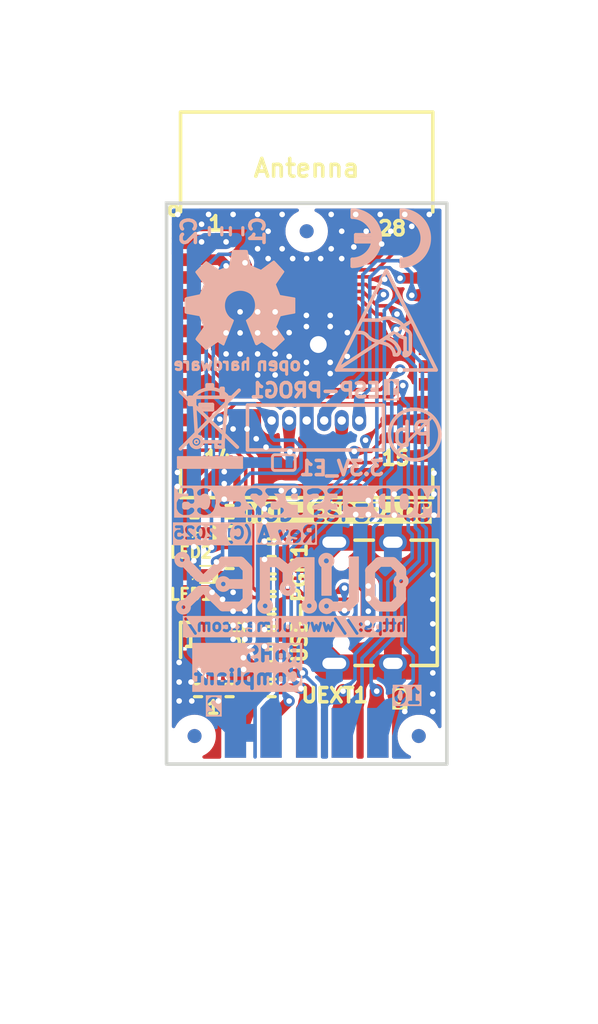
<source format=kicad_pcb>
(kicad_pcb (version 20221018) (generator pcbnew)
  (title_block (title "MOD-ESP32-C5") (date "2025-09-05") (rev "A") (company "OLIMEX LTD.") (comment 1 "https://www.olimex.com/"))
  (layers (0 "F.Cu" signal) (31 "B.Cu" signal) (34 "B.Paste" user) (35 "F.Paste" user) (36 "B.SilkS" user "B.Silkscreen") (37 "F.SilkS" user "F.Silkscreen") (38 "B.Mask" user) (39 "F.Mask" user) (44 "Edge.Cuts" user))
  (net 0 "")
  (net 1 "GND")
  (net 2 "Net-(3.3V_E1-Pad1)")
  (net 3 "/GPIO11\\U0TXD")
  (net 8 "/GPIO28\\BOOT")
  (net 9 "/GPIO12\\U0RXD")
  (net 10 "/GPIO27\\USER_LED1")
  (net 11 "/ESP_EN")
  (net 12 "/USB_D+")
  (net 13 "+3.3V")
  (net 14 "/USB_D-")
  (net 15 "/GPIO26\\USER_LED2")
  (net 16 "/USB_DN")
  (net 17 "/USB_DP")
  (net 18 "/GPIO3\\LP_I2C_SCL\\I2C_SCL")
  (net 19 "/GPIO2\\LP_I2C_SDA\\I2C_SDA")
  (net 20 "/GPIO0\\SPI2_CS")
  (net 21 "/GPIO1\\SPI2_CLK")
  (net 22 "/GPIO6\\SPI2_MISO")
  (net 23 "/GPIO7\\SPI2_MOSI")
  (net 27 "/GPIO5\\LP_UART_TXD\\U1TXD")
  (net 28 "/GPIO4\\LP_UART_RXD\\U1RXD")
  (net 35 "+5V_USB")
  (net 36 "Net-(USB-PGM1-CC2)")
  (net 37 "Net-(USB-PGM1-CC1)")
  (net 42 "Net-(LED1-K)")
  (net 43 "Net-(LED2-K)")
  (footprint "OLIMEX_LEDs-FP:LED_0603_KA" (layer "F.Cu") (at 97 146.5 180)
    (fp_text reference "LED1")
    (fp_text value "LED/Green/0603")
  )
  (footprint "OLIMEX_RLC-FP:R_0402_5MIL_DWS" (layer "F.Cu") (at 102.5 147.25 180)
    (fp_text reference "R4" hide)
    (fp_text value "33R/R0402")
  )
  (footprint "OLIMEX_LEDs-FP:LED_0603_KA" (layer "F.Cu") (at 97 143.5 180)
    (fp_text reference "LED2")
    (fp_text value "LED/Red/0603")
  )
  (footprint "OLIMEX_Other-FP:Fiducial1x3_Paste" (layer "F.Cu") (at 113 158)
    (fp_text reference "FID3" hide)
    (fp_text value "Fiducial" hide)
  )
  (footprint "OLIMEX_RLC-FP:R_0402_5MIL_DWS" (layer "F.Cu") (at 97 142 180)
    (fp_text reference "R3" hide)
    (fp_text value "10k/R0402")
  )
  (footprint "OLIMEX_RLC-FP:R_0402_5MIL_DWS" (layer "F.Cu") (at 102.5 152.25)
    (fp_text reference "R2" hide)
    (fp_text value "5.1k/1%/R0402")
  )
  (footprint "OLIMEX_RLC-FP:R_0402_5MIL_DWS" (layer "F.Cu") (at 102.5 154.75)
    (fp_text reference "R8" hide)
    (fp_text value "NA(10k/R0402)")
  )
  (footprint "OLIMEX_RLC-FP:C_0402_5MIL_DWS" (layer "F.Cu") (at 99.5 142 180)
    (fp_text reference "C3" hide)
    (fp_text value "1uF/6.3V/10%/X5R/C0402")
  )
  (footprint "OLIMEX_Cases-FP:ESP32-C5-WROOM-1-N**4-UNIVERSAL_MODULE" (layer "F.Cu") (at 105 127.25)
    (fp_text reference "U1" hide)
    (fp_text value "ESP32-C5-WROOM-1-N8R4")
  )
  (footprint "OLIMEX_Connectors-FP:FK-DK-2X05-LF(IDC-10S_PCB)-SMD" (layer "F.Cu") (at 105 162.6 90)
    (fp_text reference "UEXT1")
    (fp_text value "FK-DK-2X05-LF(IDC-10S_PCB)")
  )
  (footprint "OLIMEX_RLC-FP:R_0402_5MIL_DWS" (layer "F.Cu") (at 99.5 146.5)
    (fp_text reference "R6" hide)
    (fp_text value "2.2k/R0402")
  )
  (footprint "OLIMEX_RLC-FP:C_0402_5MIL_DWS" (layer "F.Cu") (at 99.5 154.75 180)
    (fp_text reference "C7" hide)
    (fp_text value "10uF/6.3V/20%/X5R/C0402")
  )
  (footprint "OLIMEX_RLC-FP:R_0402_5MIL_DWS" (layer "F.Cu") (at 102.5 143.5)
    (fp_text reference "R1" hide)
    (fp_text value "5.1k/1%/R0402")
  )
  (footprint "OLIMEX_Diodes-FP:D_0402_5MIL_DWS" (layer "F.Cu") (at 102.5 146 180)
    (fp_text reference "TVS2" hide)
    (fp_text value "GG0402052R542P")
  )
  (footprint "OLIMEX_Diodes-FP:D_0402_5MIL_DWS" (layer "F.Cu") (at 102.5 149.75 180)
    (fp_text reference "TVS1" hide)
    (fp_text value "GG0402052R542P")
  )
  (footprint "OLIMEX_RLC-FP:C_0402_5MIL_DWS" (layer "F.Cu") (at 102.5 144.75 180)
    (fp_text reference "C4" hide)
    (fp_text value "NA(150pF/50V/2%/NP0/C0402)")
  )
  (footprint "OLIMEX_Connectors-FP:USB2.0_TYPE-C(A40-00119-A52-12)_Paste" (layer "F.Cu") (at 110 148.5)
    (fp_text reference "USB-PGM1")
    (fp_text value "USB-C-16P-F(A40-00119-A52-12)")
  )
  (footprint "OLIMEX_RLC-FP:C_0402_5MIL_DWS" (layer "F.Cu") (at 97.25 154.75 180)
    (fp_text reference "C6" hide)
    (fp_text value "10uF/6.3V/20%/X5R/C0402")
  )
  (footprint "OLIMEX_RLC-FP:R_0402_5MIL_DWS" (layer "F.Cu") (at 102.5 148.5)
    (fp_text reference "R5" hide)
    (fp_text value "33R/R0402")
  )
  (footprint "OLIMEX_Regulators-FP:SOT89-3" (layer "F.Cu") (at 98.25 151.25)
    (fp_text reference "VR1" hide)
    (fp_text value "WL9005P3-33(SOT89-3)")
  )
  (footprint "OLIMEX_Other-FP:Fiducial1x3" (layer "F.Cu") (at 97 158)
    (fp_text reference "FID1" hide)
    (fp_text value "Fiducial" hide)
  )
  (footprint "OLIMEX_RLC-FP:R_0402_5MIL_DWS" (layer "F.Cu") (at 99.5 143.5)
    (fp_text reference "R7" hide)
    (fp_text value "2.2k/R0402")
  )
  (footprint "OLIMEX_RLC-FP:C_0402_5MIL_DWS" (layer "F.Cu") (at 102.5 151 180)
    (fp_text reference "C5" hide)
    (fp_text value "NA(150pF/50V/2%/NP0/C0402)")
  )
  (footprint "OLIMEX_Other-FP:Fiducial1x3" (layer "F.Cu") (at 105 122)
    (fp_text reference "FID2" hide)
    (fp_text value "Fiducial" hide)
  )
  (footprint "OLIMEX_RLC-FP:R_0402_5MIL_DWS" (layer "F.Cu") (at 102.5 153.5 180)
    (fp_text reference "R9" hide)
    (fp_text value "NA(10k/R0402)")
  )
  (footprint "OLIMEX_Signs-FP:Sign_PB-Free" (layer "B.Cu") (at 112.5 136.81496 180)
    (fp_text reference "Sign_PB-Free")
    (fp_text value "Sign_PB-Free")
  )
  (footprint "OLIMEX_Jumpers-FP:SJ_1_SMALLER" (layer "B.Cu") (at 103.369 138.5 180)
    (fp_text reference "3.3V_E1")
    (fp_text value "Opened" hide)
  )
  (footprint "OLIMEX_Signs-FP:Sign_RecycleBin_1" (layer "B.Cu") (at 100.4345 138.923 180)
    (fp_text reference "Sign_RecycleBin_1" hide)
    (fp_text value "Sign_RecycleBin_1" hide)
  )
  (footprint "OLIMEX_Other-FP:Fiducial1x3" (layer "B.Cu") (at 97 158 180)
    (fp_text reference "FID5" hide)
    (fp_text value "Fiducial" hide)
  )
  (footprint "OLIMEX_Signs-FP:Logo_OLIMEX_TB" (layer "B.Cu") (at 103.75 147.083235 180)
    (fp_text reference "Logo_OLIMEX_TB" hide)
    (fp_text value "Logo_OLIMEX_TB" hide)
  )
  (footprint "OLIMEX_Signs-FP:CE_Sign" (layer "B.Cu") (at 110 122.5 180)
    (fp_text reference "Sign_CE" hide)
    (fp_text value "CE_Sign" hide)
  )
  (footprint "OLIMEX_RLC-FP:C_0402_5MIL_DWS" (layer "B.Cu") (at 100 122 -90)
    (fp_text reference "C1")
    (fp_text value "NA(10uF/6.3V/20%/X5R/C0402)")
  )
  (footprint "OLIMEX_Signs-FP:Sign_OSHW_8x8" (layer "B.Cu") (at 100.25 127.4 180)
    (fp_text reference "Sign_OSHW_8x8" hide)
    (fp_text value "Sign_OSHW_8x8" hide)
  )
  (footprint "OLIMEX_Connectors-FP:WU06S" (layer "B.Cu") (at 105.625 135.5 180)
    (fp_text reference "ESP-PROG1")
    (fp_text value "NA(WU06S)")
  )
  (footprint "OLIMEX_Other-FP:Fiducial1x3" (layer "B.Cu") (at 105 122 180)
    (fp_text reference "FID6" hide)
    (fp_text value "Fiducial" hide)
  )
  (footprint "OLIMEX_Other-FP:Fiducial1x3_Paste" (layer "B.Cu") (at 113 158 180)
    (fp_text reference "FID4" hide)
    (fp_text value "Fiducial" hide)
  )
  (footprint "OLIMEX_RLC-FP:C_0402_5MIL_DWS" (layer "B.Cu") (at 98.5 122 90)
    (fp_text reference "C2")
    (fp_text value "NA(100nF/10V/20%/X5R/C0402)")
  )
  (footprint "OLIMEX_Signs-FP:Sign_Antistatic" (layer "B.Cu") (at 114.2445 131.8945 180)
    (fp_text reference "Sign_Antistatic" hide)
    (fp_text value "Sign_Antistatic" hide)
  )
  (gr_rect (start 95 120) (end 115 160) (stroke (width 0.254)) (fill none) (layer "Edge.Cuts"))
  (gr_text "(C) 2025" (at 101.25 144) (layer "B.SilkS" knockout) (effects (font (size 0.8128 0.8128) (thickness 0.2032) bold) (justify left bottom mirror)))
  (gr_text "https://www.olimex.com/" (at 112.25 150.6) (layer "B.SilkS" knockout) (effects (font (size 0.8128 0.8128) (thickness 0.2032) bold) (justify left bottom mirror)))
  (gr_text "Rev.A" (at 105.9 144.25) (layer "B.SilkS" knockout) (effects (font (size 1.0668 1.0668) (thickness 0.254) bold) (justify left bottom mirror)))
  (gr_text "MOD-ESP32-C5" (at 114.75 142.25) (layer "B.SilkS" knockout) (effects (font (size 1.524 1.524) (thickness 0.381) bold) (justify left bottom mirror)))
  (gr_text "10" (at 113.3 155.75) (layer "B.SilkS" knockout) (effects (font (size 1.016 1.016) (thickness 0.254) bold) (justify left bottom mirror)))
  (gr_text "1" (at 111.7 133.95) (layer "B.SilkS" knockout) (effects (font (size 1.016 1.016) (thickness 0.254) bold) (justify left bottom mirror)))
  (gr_text "2" (at 99 156.5) (layer "B.SilkS" knockout) (effects (font (size 1.016 1.016) (thickness 0.254) bold) (justify left bottom mirror)))
  (gr_text "RoHS\nCompliant" (at 104.8 154.4) (layer "B.SilkS" knockout) (effects (font (size 1.016 1.016) (thickness 0.254) bold) (justify left bottom mirror)))
  (gr_text "9" (at 111 156) (layer "F.SilkS" knockout) (effects (font (size 1.016 1.016) (thickness 0.254) bold) (justify left bottom)))
  (gr_text "MOD-ESP32-C5" (at 100.5 142.75) (layer "F.SilkS" knockout) (effects (font (size 1.0668 1.0668) (thickness 0.254) bold) (justify left bottom)))
  (segment (start 106.003 144.935) (end 106.003 143.997) (width 0.254) (layer "F.Cu") (net 1))
  (segment (start 98.992 155.208) (end 98.7 155.5) (width 0.508) (layer "F.Cu") (net 1))
  (segment (start 95.9 155.5) (end 95.9 154.15) (width 0.762) (layer "F.Cu") (net 1))
  (segment (start 101.992 149.75) (end 101.992 151) (width 0.762) (layer "F.Cu") (net 1))
  (segment (start 106.068 145) (end 106.068 144.8) (width 0.254) (layer "F.Cu") (net 1))
  (segment (start 105.1 152.5) (end 105.1 152.4) (width 0.254) (layer "F.Cu") (net 1))
  (segment (start 102.098 142.594) (end 102.8 142.594) (width 0.762) (layer "F.Cu") (net 1))
  (segment (start 106.068 145.425) (end 105.225 145.425) (width 0.254) (layer "F.Cu") (net 1))
  (segment (start 105.7 139.3) (end 111.1 139.3) (width 0.762) (layer "F.Cu") (net 1))
  (segment (start 96.254 121.494) (end 97.5 121.494) (width 1.016) (layer "F.Cu") (net 1))
  (segment (start 105 138.6) (end 105 135.75) (width 0.762) (layer "F.Cu") (net 1))
  (segment (start 105.4 152.8) (end 105.6 153) (width 0.254) (layer "F.Cu") (net 1))
  (segment (start 106.25 152.1) (end 106.275 152.125) (width 0.254) (layer "F.Cu") (net 1))
  (segment (start 105.1 152.4) (end 105.1 151.8) (width 0.254) (layer "F.Cu") (net 1))
  (segment (start 105 145.2) (end 105 145) (width 0.254) (layer "F.Cu") (net 1))
  (segment (start 106.870079 151.825) (end 107.02254 151.97746) (width 0.254) (layer "F.Cu") (net 1))
  (segment (start 97 139.2) (end 97.956 138.244) (width 0.508) (layer "F.Cu") (net 1))
  (segment (start 105.2 152) (end 105.2 151.825) (width 0.254) (layer "F.Cu") (net 1))
  (segment (start 106.620078 145.425) (end 106.922539 145.122539) (width 0.254) (layer "F.Cu") (net 1))
  (segment (start 101.992 144.75) (end 101.992 144.1) (width 0.762) (layer "F.Cu") (net 1))
  (segment (start 107.02254 151.97746) (end 107.22254 152.17746) (width 0.254) (layer "F.Cu") (net 1))
  (segment (start 105.6 153) (end 106.79 153) (width 0.254) (layer "F.Cu") (net 1))
  (segment (start 105.225 151.575) (end 105.1 151.7) (width 0.254) (layer "F.Cu") (net 1))
  (segment (start 114.0898 156.1602) (end 114 156.25) (width 0.762) (layer "F.Cu") (net 1))
  (segment (start 105 144.8) (end 105 143) (width 0.254) (layer "F.Cu") (net 1))
  (segment (start 113.924 152.82) (end 113.984 152.76) (width 1.016) (layer "F.Cu") (net 1))
  (segment (start 101.992 143.5) (end 101.992 144.1) (width 0.762) (layer "F.Cu") (net 1))
  (segment (start 104.59 141.8) (end 105.1976 141.8) (width 0.762) (layer "F.Cu") (net 1))
  (segment (start 114.0898 143.5) (end 114.0898 144.09) (width 1.016) (layer "F.Cu") (net 1))
  (segment (start 105.1976 141.8) (end 106.97 143.5724) (width 0.762) (layer "F.Cu") (net 1))
  (segment (start 106.068 151.918) (end 106.275 152.125) (width 0.254) (layer "F.Cu") (net 1))
  (segment (start 113.984 152.76) (end 113.984 152.6) (width 1.016) (layer "F.Cu") (net 1))
  (segment (start 96.742 154.158) (end 96.742 154.75) (width 0.762) (layer "F.Cu") (net 1))
  (segment (start 106.068 151.825) (end 106.870079 151.825) (width 0.254) (layer "F.Cu") (net 1))
  (segment (start 105.6 144.8) (end 105.8 144.8) (width 0.254) (layer "F.Cu") (net 1))
  (segment (start 114.0898 145.2) (end 114.0898 154.6) (width 1.016) (layer "F.Cu") (net 1))
  (segment (start 96.65 152.75) (end 96.75 152.85) (width 0.762) (layer "F.Cu") (net 1))
  (segment (start 105.175 145.175) (end 105 145) (width 0.254) (layer "F.Cu") (net 1))
  (segment (start 98 120.8) (end 98 121) (width 0.762) (layer "F.Cu") (net 1))
  (segment (start 105.1 152.4) (end 105.275 152.225) (width 0.254) (layer "F.Cu") (net 1))
  (segment (start 96 140.2) (end 97 139.2) (width 0.508) (layer "F.Cu") (net 1))
  (segment (start 95.9 154.15) (end 95.9 152.75) (width 0.762) (layer "F.Cu") (net 1))
  (segment (start 106.068 151.825) (end 105.575 151.825) (width 0.254) (layer "F.Cu") (net 1))
  (segment (start 111.15 144.18) (end 112.5 144.18) (width 1.016) (layer "F.Cu") (net 1))
  (segment (start 105.8 144.2) (end 106.003 143.997) (width 0.254) (layer "F.Cu") (net 1))
  (segment (start 101.992 140.008) (end 102.7 139.3) (width 0.762) (layer "F.Cu") (net 1))
  (segment (start 106.068 145.175) (end 105.375 145.175) (width 0.254) (layer "F.Cu") (net 1))
  (segment (start 111.25 140.75) (end 114.0898 140.75) (width 1.016) (layer "F.Cu") (net 1))
  (segment (start 106.97 144.18) (end 105.745 142.955) (width 0.762) (layer "F.Cu") (net 1))
  (segment (start 96.742 154.75) (end 96.742 155.442) (width 0.762) (layer "F.Cu") (net 1))
  (segment (start 97.956 138.244) (end 99.600906 138.244) (width 0.508) (layer "F.Cu") (net 1))
  (segment (start 96.32 155.5) (end 96.32 153.08) (width 0.762) (layer "F.Cu") (net 1))
  (segment (start 101.992 144.75) (end 101.992 145.4) (width 0.762) (layer "F.Cu") (net 1))
  (segment (start 112 120.8) (end 112 121.25) (width 0.762) (layer "F.Cu") (net 1))
  (segment (start 106.375 152.225) (end 106.97 152.82) (width 0.254) (layer "F.Cu") (net 1))
  (segment (start 112.7 152.82) (end 112.93 152.82) (width 1.27) (layer "F.Cu") (net 1))
  (segment (start 95.781 140.2) (end 95.781 140.019) (width 0.508) (layer "F.Cu") (net 1))
  (segment (start 106.098844 153.8) (end 106.8 153.8) (width 0.254) (layer "F.Cu") (net 1))
  (segment (start 111.15 144.18) (end 111.25 144.08) (width 1.016) (layer "F.Cu") (net 1))
  (segment (start 111.15 152.82) (end 112.7 152.82) (width 1.27) (layer "F.Cu") (net 1))
  (segment (start 105.1 152.4) (end 106.55 152.4) (width 0.254) (layer "F.Cu") (net 1))
  (segment (start 113.0698 144.18) (end 113.4098 144.18) (width 1.016) (layer "F.Cu") (net 1))
  (segment (start 101.992 141.2) (end 102 141.2) (width 0.762) (layer "F.Cu") (net 1))
  (segment (start 105.2 144.8) (end 105.2 143.2) (width 0.254) (layer "F.Cu") (net 1))
  (segment (start 106.97 143.5724) (end 111.15 143.5724) (width 1.016) (layer "F.Cu") (net 1))
  (segment (start 104.6 142.594) (end 105.384 142.594) (width 0.762) (layer "F.Cu") (net 1))
  (segment (start 113.0698 144.18) (end 114.0898 145.2) (width 1.016) (layer "F.Cu") (net 1))
  (segment (start 105.3 152.1) (end 105.2 152) (width 0.254) (layer "F.Cu") (net 1))
  (segment (start 111.45 139.25) (end 111.25 139.45) (width 1.016) (layer "F.Cu") (net 1))
  (segment (start 105.2 152.6) (end 105.4 152.8) (width 0.254) (layer "F.Cu") (net 1))
  (segment (start 102.7 139.3) (end 104.3 139.3) (width 0.762) (layer "F.Cu") (net 1))
  (segment (start 100.021 138.664094) (end 100.021 141.987) (width 0.508) (layer "F.Cu") (net 1))
  (segment (start 106.068 151.825) (end 106.22046 151.97746) (width 0.254) (layer "F.Cu") (net 1))
  (segment (start 101.992 141.8) (end 101.992 141.2) (width 0.762) (layer "F.Cu") (net 1))
  (segment (start 106.55 152.4) (end 106.97 152.82) (width 0.254) (layer "F.Cu") (net 1))
  (segment (start 105.4 152.8) (end 106.95 152.8) (width 0.254) (layer "F.Cu") (net 1))
  (segment (start 106.42254 152.17746) (end 107.22254 152.17746) (width 0.254) (layer "F.Cu") (net 1))
  (segment (start 95.9 152.75) (end 96.65 152.75) (width 0.762) (layer "F.Cu") (net 1))
  (segment (start 106.068 145.175) (end 105.175 145.175) (width 0.254) (layer "F.Cu") (net 1))
  (segment (start 96.25 121.49) (end 96.254 121.494) (width 1.016) (layer "F.Cu") (net 1))
  (segment (start 96.742 155.442) (end 96.8 155.5) (width 0.762) (layer "F.Cu") (net 1))
  (segment (start 113.75 121.49) (end 113.75 120.8) (width 0.762) (layer "F.Cu") (net 1))
  (segment (start 104.3 139.3) (end 105 138.6) (width 0.762) (layer "F.Cu") (net 1))
  (segment (start 105 145) (end 105 144.8) (width 0.254) (layer "F.Cu") (net 1))
  (segment (start 105.6 143.6) (end 105.603 143.597) (width 0.254) (layer "F.Cu") (net 1))
  (segment (start 112.93 152.82) (end 113.984 151.766) (width 1.016) (layer "F.Cu") (net 1))
  (segment (start 114.0898 144.09) (end 114.0898 145.2) (width 1.016) (layer "F.Cu") (net 1))
  (segment (start 106.922539 145.122539) (end 107.022539 145.022539) (width 0.254) (layer "F.Cu") (net 1))
  (segment (start 105.8 153.2) (end 106.18 152.82) (width 0.254) (layer "F.Cu") (net 1))
  (segment (start 114 151.75) (end 114 153.5) (width 1.016) (layer "F.Cu") (net 1))
  (segment (start 105.8 153.2) (end 106.0276 153.4276) (width 0.254) (layer "F.Cu") (net 1))
  (segment (start 105.1 151.8) (end 105.1 151.7) (width 0.254) (layer "F.Cu") (net 1))
  (segment (start 106.068 145) (end 106.003 144.935) (width 0.254) (layer "F.Cu") (net 1))
  (segment (start 105.6 144.8) (end 105.6 143.6) (width 0.254) (layer "F.Cu") (net 1))
  (segment (start 101.992 151) (end 101.992 152.25) (width 0.762) (layer "F.Cu") (net 1))
  (segment (start 107.865079 152.82) (end 108.8 152.82) (width 0.254) (layer "F.Cu") (net 1))
  (segment (start 95.9 152.29) (end 96.65 152.29) (width 0.762) (layer "F.Cu") (net 1))
  (segment (start 105 138.6) (end 105.7 139.3) (width 0.762) (layer "F.Cu") (net 1))
  (segment (start 105 152.4) (end 105.2 152.6) (width 0.254) (layer "F.Cu") (net 1))
  (segment (start 105 144.8) (end 105.2 144.8) (width 0.254) (layer "F.Cu") (net 1))
  (segment (start 112.5 144.18) (end 113.0698 144.18) (width 1.016) (layer "F.Cu") (net 1))
  (segment (start 108.8 152.82) (end 111.15 152.82) (width 1.27) (layer "F.Cu") (net 1))
  (segment (start 105.4 144.8) (end 105.6 144.8) (width 0.254) (layer "F.Cu") (net 1))
  (segment (start 114 156.25) (end 114 155) (width 0.762) (layer "F.Cu") (net 1))
  (segment (start 106.068 145) (end 107 145) (width 0.254) (layer "F.Cu") (net 1))
  (segment (start 105.3 152.1) (end 106.25 152.1) (width 0.254) (layer "F.Cu") (net 1))
  (segment (start 106.95 152.8) (end 106.97 152.82) (width 0.254) (layer "F.Cu") (net 1))
  (segment (start 111.1 139.3) (end 111.25 139.45) (width 0.762) (layer "F.Cu") (net 1))
  (segment (start 111.15 153.4276) (end 112.9174 153.4276) (width 1.016) (layer "F.Cu") (net 1))
  (segment (start 106.22046 151.97746) (end 107.02254 151.97746) (width 0.254) (layer "F.Cu") (net 1))
  (segment (start 114.0898 139.25) (end 111.45 139.25) (width 1.016) (layer "F.Cu") (net 1))
  (segment (start 106.068 145.175) (end 106.068 145) (width 0.254) (layer "F.Cu") (net 1))
  (segment (start 111.25 144.08) (end 111.25 140.75) (width 1.016) (layer "F.Cu") (net 1))
  (segment (start 101.992 143.5) (end 101.992 141.8) (width 0.762) (layer "F.Cu") (net 1))
  (segment (start 96.742 152.858) (end 96.742 154.142) (width 0.762) (layer "F.Cu") (net 1))
  (segment (start 107.865079 144.18) (end 108.4 144.18) (width 0.254) (layer "F.Cu") (net 1))
  (segment (start 95.781 139.2) (end 96.6 139.2) (width 0.508) (layer "F.Cu") (net 1))
  (segment (start 105.575 151.825) (end 105.3 152.1) (width 0.254) (layer "F.Cu") (net 1))
  (segment (start 96.6 139.2) (end 97 139.2) (width 0.508) (layer "F.Cu") (net 1))
  (segment (start 105.3 152.1) (end 105 152.4) (width 0.254) (layer "F.Cu") (net 1))
  (segment (start 96.75 154.15) (end 96.742 154.158) (width 0.762) (layer "F.Cu") (net 1))
  (segment (start 107.22254 152.17746) (end 107.865079 152.82) (width 0.254) (layer "F.Cu") (net 1))
  (segment (start 96.75 152.85) (end 96.742 152.858) (width 0.762) (layer "F.Cu") (net 1))
  (segment (start 105.8 144.8) (end 105.8 144.2) (width 0.254) (layer "F.Cu") (net 1))
  (segment (start 106.068 145) (end 105.2 145) (width 0.254) (layer "F.Cu") (net 1))
  (segment (start 102.8 142.594) (end 104.6 142.594) (width 0.762) (layer "F.Cu") (net 1))
  (segment (start 105.225 145.425) (end 105 145.2) (width 0.254) (layer "F.Cu") (net 1))
  (segment (start 104.945 142.155) (end 104.59 141.8) (width 0.762) (layer "F.Cu") (net 1))
  (segment (start 96.742 154.142) (end 96.75 154.15) (width 0.762) (layer "F.Cu") (net 1))
  (segment (start 106.068 145.425) (end 106.620078 145.425) (width 0.254) (layer "F.Cu") (net 1))
  (segment (start 106.068 151.825) (end 106.068 151.918) (width 0.254) (layer "F.Cu") (net 1))
  (segment (start 95.8 120.8) (end 98 120.8) (width 0.762) (layer "F.Cu") (net 1))
  (segment (start 105 151.8) (end 105 152.4) (width 0.254) (layer "F.Cu") (net 1))
  (segment (start 104.3 139.3) (end 105.7 139.3) (width 0.762) (layer "F.Cu") (net 1))
  (segment (start 98.992 154.75) (end 98.992 155.208) (width 0.508) (layer "F.Cu") (net 1))
  (segment (start 106.375 152.225) (end 106.42254 152.17746) (width 0.254) (layer "F.Cu") (net 1))
  (segment (start 105.375 145.175) (end 105.2 145) (width 0.254) (layer "F.Cu") (net 1))
  (segment (start 106.0276 153.4276) (end 106.97 153.4276) (width 0.254) (layer "F.Cu") (net 1))
  (segment (start 111.25 142.25) (end 114.0898 142.25) (width 0.762) (layer "F.Cu") (net 1))
  (segment (start 105.2 143.2) (end 105.203 143.197) (width 0.254) (layer "F.Cu") (net 1))
  (segment (start 106.97 144.18) (end 106.186 144.18) (width 0.762) (layer "F.Cu") (net 1))
  (segment (start 114 155) (end 114 153.5) (width 0.762) (layer "F.Cu") (net 1))
  (segment (start 106.003 143.997) (end 105.603 143.597) (width 0.762) (layer "F.Cu") (net 1))
  (segment (start 113.4098 144.18) (end 114.0898 143.5) (width 1.016) (layer "F.Cu") (net 1))
  (segment (start 106.068 144.8) (end 106.068 143.278) (width 0.254) (layer "F.Cu") (net 1))
  (segment (start 105.603 143.597) (end 105.203 143.197) (width 0.762) (layer "F.Cu") (net 1))
  (segment (start 105.6 153) (end 105.8 153.2) (width 0.254) (layer "F.Cu") (net 1))
  (segment (start 101.992 146) (end 101.992 144.75) (width 0.508) (layer "F.Cu") (net 1))
  (segment (start 105.2 151.825) (end 105.125 151.825) (width 0.254) (layer "F.Cu") (net 1))
  (segment (start 105.2 152.6) (end 105.1 152.5) (width 0.254) (layer "F.Cu") (net 1))
  (segment (start 98 121) (end 97.5 121.5) (width 0.762) (layer "F.Cu") (net 1))
  (segment (start 96.32 153.08) (end 96.65 152.75) (width 0.762) (layer "F.Cu") (net 1))
  (segment (start 105.2 144.8) (end 105.4 144.8) (width 0.254) (layer "F.Cu") (net 1))
  (segment (start 111.15 153.4276) (end 113.9276 153.4276) (width 1.016) (layer "F.Cu") (net 1))
  (segment (start 111.25 139.45) (end 111.25 140.75) (width 1.016) (layer "F.Cu") (net 1))
  (segment (start 106.97 153.4276) (end 111.15 153.4276) (width 1.016) (layer "F.Cu") (net 1))
  (segment (start 99.600906 138.244) (end 100.021 138.664094) (width 0.508) (layer "F.Cu") (net 1))
  (segment (start 106.79 153) (end 106.97 152.82) (width 0.254) (layer "F.Cu") (net 1))
  (segment (start 105.203 143.197) (end 105.003 142.997) (width 0.762) (layer "F.Cu") (net 1))
  (segment (start 106.068 143.278) (end 105.745 142.955) (width 0.254) (layer "F.Cu") (net 1))
  (segment (start 105.003 142.997) (end 104.6 142.594) (width 0.762) (layer "F.Cu") (net 1))
  (segment (start 96.32 155.5) (end 95.9 155.5) (width 0.762) (layer "F.Cu") (net 1))
  (segment (start 96.75 154.15) (end 95.9 154.15) (width 0.762) (layer "F.Cu") (net 1))
  (segment (start 113.9276 153.4276) (end 114 153.5) (width 1.016) (layer "F.Cu") (net 1))
  (segment (start 112.24 121.49) (end 112 121.25) (width 0.762) (layer "F.Cu") (net 1))
  (segment (start 105.2 145) (end 105 144.8) (width 0.254) (layer "F.Cu") (net 1))
  (segment (start 102 141.2) (end 102.6 141.8) (width 0.762) (layer "F.Cu") (net 1))
  (segment (start 106.068 145.175) (end 106.870079 145.175) (width 0.254) (layer "F.Cu") (net 1))
  (segment (start 105 152.4) (end 105 152.701156) (width 0.254) (layer "F.Cu") (net 1))
  (segment (start 102.098 142.594) (end 102.537 142.155) (width 0.762) (layer "F.Cu") (net 1))
  (segment (start 105.745 142.955) (end 104.945 142.155) (width 0.762) (layer "F.Cu") (net 1))
  (segment (start 107.022539 145.022539) (end 107.222539 144.822539) (width 0.254) (layer "F.Cu") (net 1))
  (segment (start 105.899422 153.600578) (end 106.098844 153.8) (width 0.254) (layer "F.Cu") (net 1))
  (segment (start 105.4 143.394) (end 105.203 143.197) (width 0.254) (layer "F.Cu") (net 1))
  (segment (start 105 143) (end 105.003 142.997) (width 0.254) (layer "F.Cu") (net 1))
  (segment (start 107.2 144.8) (end 107.222539 144.822539) (width 0.254) (layer "F.Cu") (net 1))
  (segment (start 105.1 151.7) (end 105 151.8) (width 0.254) (layer "F.Cu") (net 1))
  (segment (start 105.2 152.6) (end 106.75 152.6) (width 0.254) (layer "F.Cu") (net 1))
  (segment (start 105.275 152.225) (end 106.375 152.225) (width 0.254) (layer "F.Cu") (net 1))
  (segment (start 105.4 144.8) (end 105.4 143.394) (width 0.254) (layer "F.Cu") (net 1))
  (segment (start 95.781 140.2) (end 96 140.2) (width 0.508) (layer "F.Cu") (net 1))
  (segment (start 101.992 141.2) (end 101.992 140.008) (width 0.762) (layer "F.Cu") (net 1))
  (segment (start 101.992 143.5) (end 101.992 143.402) (width 0.254) (layer "F.Cu") (net 1))
  (segment (start 106.068 144.8) (end 107.2 144.8) (width 0.254) (layer "F.Cu") (net 1))
  (segment (start 106.275 152.125) (end 106.375 152.225) (width 0.254) (layer "F.Cu") (net 1))
  (segment (start 106.75 152.6) (end 106.97 152.82) (width 0.254) (layer "F.Cu") (net 1))
  (segment (start 101.992 146) (end 101.992 145.4) (width 0.762) (layer "F.Cu") (net 1))
  (segment (start 106.068 151.575) (end 105.225 151.575) (width 0.254) (layer "F.Cu") (net 1))
  (segment (start 105.125 151.825) (end 105.1 151.8) (width 0.254) (layer "F.Cu") (net 1))
  (segment (start 113.75 121.49) (end 112.24 121.49) (width 0.762) (layer "F.Cu") (net 1))
  (segment (start 107 145) (end 107.022539 145.022539) (width 0.254) (layer "F.Cu") (net 1))
  (segment (start 105.8 144.8) (end 106.068 144.8) (width 0.254) (layer "F.Cu") (net 1))
  (segment (start 101.992 142.7) (end 102.098 142.594) (width 0.762) (layer "F.Cu") (net 1))
  (segment (start 102.6 141.8) (end 101.992 141.8) (width 0.762) (layer "F.Cu") (net 1))
  (segment (start 112.9174 153.4276) (end 114.0898 154.6) (width 1.016) (layer "F.Cu") (net 1))
  (segment (start 105.384 142.594) (end 105.745 142.955) (width 0.762) (layer "F.Cu") (net 1))
  (segment (start 107.222539 144.822539) (end 107.865079 144.18) (width 0.254) (layer "F.Cu") (net 1))
  (segment (start 106.068 151.575) (end 106.620079 151.575) (width 0.254) (layer "F.Cu") (net 1))
  (segment (start 95.781 140.019) (end 96.6 139.2) (width 0.508) (layer "F.Cu") (net 1))
  (segment (start 106.18 152.82) (end 106.97 152.82) (width 0.254) (layer "F.Cu") (net 1))
  (segment (start 113.75 120.8) (end 112 120.8) (width 0.762) (layer "F.Cu") (net 1))
  (segment (start 112.5 144.18) (end 113.9998 144.18) (width 1.016) (layer "F.Cu") (net 1))
  (segment (start 113.9998 144.18) (end 114.0898 144.09) (width 1.016) (layer "F.Cu") (net 1))
  (segment (start 100.021 141.987) (end 100.008 142) (width 0.508) (layer "F.Cu") (net 1))
  (segment (start 106.97 144.18) (end 108.4 144.18) (width 1.016) (layer "F.Cu") (net 1))
  (segment (start 112 121.25) (end 113.51 121.25) (width 0.762) (layer "F.Cu") (net 1))
  (segment (start 108.4 144.18) (end 111.15 144.18) (width 1.016) (layer "F.Cu") (net 1))
  (segment (start 113.984 151.766) (end 113.984 151.75) (width 1.016) (layer "F.Cu") (net 1))
  (segment (start 104.59 141.8) (end 102.6 141.8) (width 0.762) (layer "F.Cu") (net 1))
  (segment (start 101.992 143.402) (end 102.8 142.594) (width 0.254) (layer "F.Cu") (net 1))
  (segment (start 106.186 144.18) (end 106.003 143.997) (width 0.762) (layer "F.Cu") (net 1))
  (segment (start 114.0898 154.6) (end 114.0898 156.1602) (width 1.016) (layer "F.Cu") (net 1))
  (segment (start 112.7 152.82) (end 113.924 152.82) (width 1.27) (layer "F.Cu") (net 1))
  (segment (start 106.870079 145.175) (end 106.922539 145.122539) (width 0.254) (layer "F.Cu") (net 1))
  (segment (start 95.781 140.2) (end 95.781 139.2) (width 0.762) (layer "F.Cu") (net 1))
  (segment (start 105 152.701156) (end 105.899422 153.600578) (width 0.254) (layer "F.Cu") (net 1))
  (segment (start 106.068 151.825) (end 105.2 151.825) (width 0.254) (layer "F.Cu") (net 1))
  (segment (start 106.620079 151.575) (end 106.870079 151.825) (width 0.254) (layer "F.Cu") (net 1))
  (segment (start 102.537 142.155) (end 104.945 142.155) (width 0.762) (layer "F.Cu") (net 1))
  (segment (start 114.0898 139.25) (end 114.0898 143.5) (width 1.016) (layer "F.Cu") (net 1))
  (segment (start 95.9 152.29) (end 95.9 152.75) (width 0.762) (layer "F.Cu") (net 1))
  (segment (start 106.97 152.82) (end 108.8 152.82) (width 1.27) (layer "F.Cu") (net 1))
  (segment (start 96.8 155.5) (end 96.32 155.5) (width 0.762) (layer "F.Cu") (net 1))
  (segment (start 113.51 121.25) (end 113.75 121.49) (width 0.762) (layer "F.Cu") (net 1))
  (via (at 114.0898 142.25) (size 0.8) (drill 0.4) (layers "F.Cu" "B.Cu") (net 1))
  (via (at 114 153.5) (size 0.8) (drill 0.4) (layers "F.Cu" "B.Cu") (net 1))
  (via (at 110.25 120.8) (size 0.8) (drill 0.4) (layers "F.Cu" "B.Cu") (net 1))
  (via (at 96.75 154.15) (size 0.8) (drill 0.4) (layers "F.Cu" "B.Cu") (net 1))
  (via (at 99.25 130.75) (size 0.8) (drill 0.4) (layers "F.Cu" "B.Cu") (net 1))
  (via (at 114.0898 139.25) (size 0.8) (drill 0.4) (layers "F.Cu" "B.Cu") (net 1))
  (via (at 112 156.25) (size 0.8) (drill 0.4) (layers "F.Cu" "B.Cu") (net 1))
  (via (at 102.25 122) (size 0.8) (drill 0.4) (layers "F.Cu" "B.Cu") (net 1))
  (via (at 98 120.8) (size 0.8) (drill 0.4) (layers "F.Cu" "B.Cu") (net 1))
  (via (at 95.9 155.5) (size 0.8) (drill 0.4) (layers "F.Cu" "B.Cu") (net 1))
  (via (at 101.5 127.75) (size 0.8) (drill 0.4) (layers "F.Cu" "B.Cu") (net 1))
  (via (at 101.5 129.25) (size 0.8) (drill 0.4) (layers "F.Cu" "B.Cu") (net 1))
  (via (at 102.75 129.25) (size 0.8) (drill 0.4) (layers "F.Cu" "B.Cu") (net 1))
  (via (at 99.75 120.8) (size 0.8) (drill 0.4) (layers "F.Cu" "B.Cu") (net 1))
  (via (at 100.25 127.75) (size 0.8) (drill 0.4) (layers "F.Cu" "B.Cu") (net 1))
  (via (at 100.75 136.1) (size 0.8) (drill 0.4) (layers "F.Cu" "B.Cu") (net 1))
  (via (at 108.5 120.8) (size 0.8) (drill 0.4) (layers "F.Cu" "B.Cu") (net 1))
  (via (at 107.5 122) (size 0.8) (drill 0.4) (layers "F.Cu" "B.Cu") (net 1))
  (via (at 96.8 155.5) (size 0.8) (drill 0.4) (layers "F.Cu" "B.Cu") (net 1))
  (via (at 99.25 129.25) (size 0.8) (drill 0.4) (layers "F.Cu" "B.Cu") (net 1))
  (via (at 112 120.8) (size 0.8) (drill 0.4) (layers "F.Cu" "B.Cu") (net 1))
  (via (at 114 150) (size 0.8) (drill 0.4) (layers "F.Cu" "B.Cu") (net 1))
  (via (at 100.25 129.25) (size 0.8) (drill 0.4) (layers "F.Cu" "B.Cu") (net 1))
  (via (at 101.5 123.25) (size 0.8) (drill 0.4) (layers "F.Cu" "B.Cu") (net 1))
  (via (at 114.0898 140.75) (size 0.8) (drill 0.4) (layers "F.Cu" "B.Cu") (net 1))
  (via (at 101.5 132.25) (size 0.8) (drill 0.4) (layers "F.Cu" "B.Cu") (net 1))
  (via (at 106.75 123.25) (size 0.8) (drill 0.4) (layers "F.Cu" "B.Cu") (net 1))
  (via (at 95.781 139.2) (size 0.8) (drill 0.4) (layers "F.Cu" "B.Cu") (net 1))
  (via (at 110.350293 122.910518) (size 0.8) (drill 0.4) (layers "F.Cu" "B.Cu") (net 1))
  (via (at 111 122) (size 0.8) (drill 0.4) (layers "F.Cu" "B.Cu") (net 1))
  (via (at 111.25 140.75) (size 0.8) (drill 0.4) (layers "F.Cu" "B.Cu") (net 1))
  (via (at 105 123.95) (size 0.8) (drill 0.4) (layers "F.Cu" "B.Cu") (net 1))
  (via (at 114 151.75) (size 0.8) (drill 0.4) (layers "F.Cu" "B.Cu") (net 1))
  (via (at 101.992 150.4) (size 0.8) (drill 0.4) (layers "F.Cu" "B.Cu") (net 1))
  (via (at 100.25 130.75) (size 0.8) (drill 0.4) (layers "F.Cu" "B.Cu") (net 1))
  (via (at 103.25 120.8) (size 0.8) (drill 0.4) (layers "F.Cu" "B.Cu") (net 1))
  (via (at 106.75 120.8) (size 0.8) (drill 0.4) (layers "F.Cu" "B.Cu") (net 1))
  (via (at 101.992 141.8) (size 0.8) (drill 0.4) (layers "F.Cu" "B.Cu") (net 1))
  (via (at 99.75 136.1) (size 0.8) (drill 0.4) (layers "F.Cu" "B.Cu") (net 1))
  (via (at 101.5 120.8) (size 0.8) (drill 0.4) (layers "F.Cu" "B.Cu") (net 1))
  (via (at 102.75 130.75) (size 0.8) (drill 0.4) (layers "F.Cu" "B.Cu") (net 1))
  (via (at 114 148.25) (size 0.8) (drill 0.4) (layers "F.Cu" "B.Cu") (net 1))
  (via (at 109.25 122) (size 0.8) (drill 0.4) (layers "F.Cu" "B.Cu") (net 1))
  (via (at 108.364792 123.121217) (size 0.8) (drill 0.4) (layers "F.Cu" "B.Cu") (net 1))
  (via (at 102.25 123.95) (size 0.8) (drill 0.4) (layers "F.Cu" "B.Cu") (net 1))
  (via (at 102.75 127.75) (size 0.8) (drill 0.4) (layers "F.Cu" "B.Cu") (net 1))
  (via (at 95.9 154.15) (size 0.8) (drill 0.4) (layers "F.Cu" "B.Cu") (net 1))
  (via (at 95.9 152.75) (size 0.8) (drill 0.4) (layers "F.Cu" "B.Cu") (net 1))
  (via (at 114 156.25) (size 0.8) (drill 0.4) (layers "F.Cu" "B.Cu") (net 1))
  (via (at 112.5 121.65) (size 0.8) (drill 0.4) (layers "F.Cu" "B.Cu") (net 1))
  (via (at 113.75 120.8) (size 0.8) (drill 0.4) (layers "F.Cu" "B.Cu") (net 1))
  (via (at 101.992 142.7) (size 0.8) (drill 0.4) (layers "F.Cu" "B.Cu") (net 1))
  (via (at 101.992 145.4) (size 0.8) (drill 0.4) (layers "F.Cu" "B.Cu") (net 1))
  (via (at 95.8 120.8) (size 0.8) (drill 0.4) (layers "F.Cu" "B.Cu") (net 1))
  (via (at 106 123.95) (size 0.8) (drill 0.4) (layers "F.Cu" "B.Cu") (net 1))
  (via (at 101.4 136.8) (size 0.8) (drill 0.4) (layers "F.Cu" "B.Cu") (net 1))
  (via (at 111.25 142.25) (size 0.8) (drill 0.4) (layers "F.Cu" "B.Cu") (net 1))
  (via (at 114 155) (size 0.8) (drill 0.4) (layers "F.Cu" "B.Cu") (net 1))
  (via (at 102.75 132.25) (size 0.8) (drill 0.4) (layers "F.Cu" "B.Cu") (net 1))
  (via (at 97.5 121.5) (size 0.8) (drill 0.4) (layers "F.Cu" "B.Cu") (net 1))
  (via (at 103.25 123.25) (size 0.8) (drill 0.4) (layers "F.Cu" "B.Cu") (net 1))
  (via (at 101.992 144.1) (size 0.8) (drill 0.4) (layers "F.Cu" "B.Cu") (net 1))
  (via (at 102.1 137.4) (size 0.8) (drill 0.4) (layers "F.Cu" "B.Cu") (net 1))
  (via (at 98.7 155.5) (size 0.8) (drill 0.4) (layers "F.Cu" "B.Cu") (net 1))
  (via (at 107.5 123.95) (size 0.8) (drill 0.4) (layers "F.Cu" "B.Cu") (net 1))
  (via (at 101.5 130.75) (size 0.8) (drill 0.4) (layers "F.Cu" "B.Cu") (net 1))
  (via (at 101.992 151.6) (size 0.8) (drill 0.4) (layers "F.Cu" "B.Cu") (net 1))
  (via (at 104 123.95) (size 0.8) (drill 0.4) (layers "F.Cu" "B.Cu") (net 1))
  (via (at 95.781 140.2) (size 0.8) (drill 0.4) (layers "F.Cu" "B.Cu") (net 1))
  (via (at 114 146.5) (size 0.8) (drill 0.4) (layers "F.Cu" "B.Cu") (net 1))
  (segment (start 110.350293 122.910518) (end 111.700318 122.910518) (width 0.762) (layer "B.Cu") (net 1))
  (segment (start 107.9 125.1) (end 107.9 125.4) (width 0.762) (layer "B.Cu") (net 1))
  (segment (start 105.8 123.9) (end 106.75 123.9) (width 0.762) (layer "B.Cu") (net 1))
  (segment (start 108.340378 123.25) (end 108.65332 122.937058) (width 0.762) (layer "B.Cu") (net 1))
  (segment (start 114 121.05) (end 113.75 120.8) (width 0.762) (layer "B.Cu") (net 1))
  (segment (start 105 133.83) (end 105 130.91) (width 0.762) (layer "B.Cu") (net 1))
  (segment (start 106.225 128.345) (end 106.68 128.8) (width 1.016) (layer "B.Cu") (net 1))
  (segment (start 100.25 127.75) (end 101.05 126.95) (width 1.016) (layer "B.Cu") (net 1))
  (segment (start 106.68 128.8) (end 106.68 129.23) (width 1.016) (layer "B.Cu") (net 1))
  (segment (start 97.5 121.5) (end 95.762 121.5) (width 0.762) (layer "B.Cu") (net 1))
  (segment (start 95.9 154.9) (end 98.1 154.9) (width 1.016) (layer "B.Cu") (net 1))
  (segment (start 107.1 124.8) (end 107.1 130.73) (width 1.016) (layer "B.Cu") (net 1))
  (segment (start 102.75 131.6) (end 100.1 131.6) (width 1.016) (layer "B.Cu") (net 1))
  (segment (start 95.95 152.75) (end 97.5 154.3) (width 1.016) (layer "B.Cu") (net 1))
  (segment (start 114.0898 125.517826) (end 114.0898 126.2) (width 0.762) (layer "B.Cu") (net 1))
  (segment (start 104.55 129.23) (end 103.75 129.23) (width 1.016) (layer "B.Cu") (net 1))
  (segment (start 106.975 121.5) (end 106.975 121.025) (width 0.762) (layer "B.Cu") (net 1))
  (segment (start 106.975 122.725) (end 106.975 122.4) (width 0.762) (layer "B.Cu") (net 1))
  (segment (start 103.15 122.85) (end 104.2 123.9) (width 0.762) (layer "B.Cu") (net 1))
  (segment (start 113.160518 122.910518) (end 114 123.75) (width 0.762) (layer "B.Cu") (net 1))
  (segment (start 102.25 125.2) (end 102.25 123.95) (width 1.016) (layer "B.Cu") (net 1))
  (segment (start 106.75 120.8) (end 113.75 120.8) (width 0.762) (layer "B.Cu") (net 1))
  (segment (start 101.5 122.75) (end 102.25 122) (width 0.762) (layer "B.Cu") (net 1))
  (segment (start 112.0898 123.3) (end 110.7 123.3) (width 0.762) (layer "B.Cu") (net 1))
  (segment (start 106.9 130.93) (end 99.43 130.93) (width 1.016) (layer "B.Cu") (net 1))
  (segment (start 101.947 122.803) (end 103.103 122.803) (width 0.762) (layer "B.Cu") (net 1))
  (segment (start 101.5 123.25) (end 101.5 120.8) (width 0.762) (layer "B.Cu") (net 1))
  (segment (start 107.4 123.25) (end 108.340378 123.25) (width 0.762) (layer "B.Cu") (net 1))
  (segment (start 106.68 132.15) (end 105 133.83) (width 1.016) (layer "B.Cu") (net 1))
  (segment (start 103.25 120.8) (end 103.103 120.947) (width 0.762) (layer "B.Cu") (net 1))
  (segment (start 112.500318 122.910518) (end 114.0898 124.5) (width 0.762) (layer "B.Cu") (net 1))
  (segment (start 101.992 151.6) (end 101.992 153.6) (width 1.016) (layer "B.Cu") (net 1))
  (segment (start 104.05 125.75) (end 104.1 125.8) (width 1.016) (layer "B.Cu") (net 1))
  (segment (start 106.6 123.1) (end 106.975 122.725) (width 0.762) (layer "B.Cu") (net 1))
  (segment (start 100.75 132.25) (end 100.1 131.6) (width 1.016) (layer "B.Cu") (net 1))
  (segment (start 113 156) (end 114 155) (width 0.762) (layer "B.Cu") (net 1))
  (segment (start 103.5 125.2) (end 103.55 125.25) (width 1.016) (layer "B.Cu") (net 1))
  (segment (start 106.68 129.23) (end 105.83 130.08) (width 1.016) (layer "B.Cu") (net 1))
  (segment (start 105 135.5) (end 105 133.829998) (width 0.762) (layer "B.Cu") (net 1))
  (segment (start 107.5 121.55) (end 107.5 121.75) (width 0.762) (layer "B.Cu") (net 1))
  (segment (start 106.985 121.49) (end 106.975 121.5) (width 0.762) (layer "B.Cu") (net 1))
  (segment (start 104.98 131.35) (end 104.98 129) (width 1.016) (layer "B.Cu") (net 1))
  (segment (start 114 146.5) (end 114 154.25) (width 0.762) (layer "B.Cu") (net 1))
  (segment (start 102.25 123.95) (end 101.55 123.25) (width 1.016) (layer "B.Cu") (net 1))
  (segment (start 104.68 128.3) (end 99.7 128.3) (width 1.016) (layer "B.Cu") (net 1))
  (segment (start 114 123.75) (end 114.0898 123.8398) (width 0.762) (layer "B.Cu") (net 1))
  (segment (start 110.323753 122.937058) (end 110.350293 122.910518) (width 0.762) (layer "B.Cu") (net 1))
  (segment (start 104.98 127) (end 104.98 126.5) (width 1.016) (layer "B.Cu") (net 1))
  (segment (start 97.35 154.15) (end 97.5 154.3) (width 1.016) (layer "B.Cu") (net 1))
  (segment (start 110.7 123.3) (end 111.871974 123.3) (width 0.762) (layer "B.Cu") (net 1))
  (segment (start 106.68 132.15) (end 107.9 130.93) (width 1.016) (layer "B.Cu") (net 1))
  (segment (start 101.7 126.3) (end 102.25 125.75) (width 1.016) (layer "B.Cu") (net 1))
  (segment (start 102.25 123.95) (end 103.55 125.25) (width 1.016) (layer "B.Cu") (net 1))
  (segment (start 95.9 154.15) (end 97.35 154.15) (width 1.016) (layer "B.Cu") (net 1))
  (segment (start 104.98 129) (end 104.98 128) (width 1.016) (layer "B.Cu") (net 1))
  (segment (start 107.9 125.4) (end 107.9 124.7) (width 1.016) (layer "B.Cu") (net 1))
  (segment (start 105.987653 140.242852) (end 105.987653 136.937653) (width 0.508) (layer "B.Cu") (net 1))
  (segment (start 104.98 128.8) (end 99.7 128.8) (width 1.016) (layer "B.Cu") (net 1))
  (segment (start 97.15721 121.492) (end 95.762 122.88721) (width 0.762) (layer "B.Cu") (net 1))
  (segment (start 114.0898 125.3) (end 114.0898 126.2) (width 0.762) (layer "B.Cu") (net 1))
  (segment (start 104.585002 133.415) (end 105 133.829998) (width 1.016) (layer "B.Cu") (net 1))
  (segment (start 99.25 132.25) (end 99.25 130.75) (width 1.016) (layer "B.Cu") (net 1))
  (segment (start 96.77 121.492) (end 95.762 122.5) (width 0.762) (layer "B.Cu") (net 1))
  (segment (start 103.3 133.415) (end 104.585002 133.415) (width 1.016) (layer "B.Cu") (net 1))
  (segment (start 99.25 129.25) (end 99.25 128.75) (width 1.016) (layer "B.Cu") (net 1))
  (segment (start 99.92 156.72) (end 99.92 157.774) (width 1.016) (layer "B.Cu") (net 1))
  (segment (start 110.350293 122.910518) (end 109.689482 122.910518) (width 0.762) (layer "B.Cu") (net 1))
  (segment (start 110.350293 122.910518) (end 113.160518 122.910518) (width 0.762) (layer "B.Cu") (net 1))
  (segment (start 105.987653 136.937653) (end 105 135.95) (width 0.508) (layer "B.Cu") (net 1))
  (segment (start 103.3 133.415) (end 104.585 133.415) (width 1.016) (layer "B.Cu") (net 1))
  (segment (start 102.25 125.75) (end 104.05 125.75) (width 1.016) (layer "B.Cu") (net 1))
  (segment (start 105.775 125.675) (end 105.83 125.73) (width 1.016) (layer "B.Cu") (net 1))
  (segment (start 112.1949 123.4051) (end 114.0898 125.3) (width 0.762) (layer "B.Cu") (net 1))
  (segment (start 95.762 120.838) (end 95.8 120.8) (width 0.762) (layer "B.Cu") (net 1))
  (segment (start 101.5 121.955) (end 101.037 121.492) (width 1.016) (layer "B.Cu") (net 1))
  (segment (start 106.75 120.8) (end 106.897 120.947) (width 0.762) (layer "B.Cu") (net 1))
  (segment (start 99.25 133.415) (end 103.3 133.415) (width 1.016) (layer "B.Cu") (net 1))
  (segment (start 101.792 121.492) (end 101.5 121.492) (width 0.762) (layer "B.Cu") (net 1))
  (segment (start 106.1 145.05) (end 106.97 144.18) (width 1.27) (layer "B.Cu") (net 1))
  (segment (start 111.85 122.4) (end 112.5 121.75) (width 0.762) (layer "B.Cu") (net 1))
  (segment (start 106.75 123.9) (end 107.4 123.25) (width 0.762) (layer "B.Cu") (net 1))
  (segment (start 101.076 154.516) (end 101.546 154.046) (width 1.016) (layer "B.Cu") (net 1))
  (segment (start 101.992 154.508) (end 101.5 155) (width 1.016) (layer "B.Cu") (net 1))
  (segment (start 112.1949 123.4051) (end 112.0898 123.3) (width 0.762) (layer "B.Cu") (net 1))
  (segment (start 106.975 121.025) (end 106.75 120.8) (width 0.762) (layer "B.Cu") (net 1))
  (segment (start 112 156.25) (end 114 154.25) (width 0.762) (layer "B.Cu") (net 1))
  (segment (start 104.1 125.8) (end 104.98 126.68) (width 1.016) (layer "B.Cu") (net 1))
  (segment (start 98.15 154.95) (end 98.7 155.5) (width 1.016) (layer "B.Cu") (net 1))
  (segment (start 95.762 152.612) (end 95.762 123.6) (width 0.762) (layer "B.Cu") (net 1))
  (segment (start 102.25 126.3) (end 104.81 126.3) (width 1.016) (layer "B.Cu") (net 1))
  (segment (start 113.75 121.49) (end 113.49 121.75) (width 0.762) (layer "B.Cu") (net 1))
  (segment (start 105 130.91) (end 105.83 130.08) (width 1.016) (layer "B.Cu") (net 1))
  (segment (start 98.5 121.492) (end 98 121.492) (width 0.762) (layer "B.Cu") (net 1))
  (segment (start 113.49 121.75) (end 107.5 121.75) (width 0.762) (layer "B.Cu") (net 1))
  (segment (start 107.9 130.93) (end 107.9 129.23) (width 1.016) (layer "B.Cu") (net 1))
  (segment (start 95.9 152.75) (end 95.95 152.75) (width 1.016) (layer "B.Cu") (net 1))
  (segment (start 105.775 125.675) (end 104.98 126.47) (width 1.016) (layer "B.Cu") (net 1))
  (segment (start 101.992 141.8) (end 103.2 141.8) (width 1.016) (layer "B.Cu") (net 1))
  (segment (start 101.992 144.1) (end 101.992 151.6) (width 1.016) (layer "B.Cu") (net 1))
  (segment (start 101.5 121.492) (end 102.558 121.492) (width 0.762) (layer "B.Cu") (net 1))
  (segment (start 106.97 152.82) (end 106.1 151.95) (width 1.27) (layer "B.Cu") (net 1))
  (segment (start 99.33 130.08) (end 105.83 130.08) (width 1.016) (layer "B.Cu") (net 1))
  (segment (start 99.25 130) (end 99.25 130.75) (width 1.016) (layer "B.Cu") (net 1))
  (segment (start 113.75 122.321036) (end 113.75 120.8) (width 0.762) (layer "B.Cu") (net 1))
  (segment (start 112 156.25) (end 112.147 156.103) (width 0.762) (layer "B.Cu") (net 1))
  (segment (start 104.73 127.75) (end 104.98 128) (width 1.016) (layer "B.Cu") (net 1))
  (segment (start 101.5 132.25) (end 100.75 132.25) (width 1.016) (layer "B.Cu") (net 1))
  (segment (start 95.762 122.88721) (end 95.762 123.6) (width 0.762) (layer "B.Cu") (net 1))
  (segment (start 113.853 156.103) (end 114 156.25) (width 0.762) (layer "B.Cu") (net 1))
  (segment (start 114.0898 121.1398) (end 114 121.05) (width 0.762) (layer "B.Cu") (net 1))
  (segment (start 104.38 130.75) (end 104.98 131.35) (width 1.016) (layer "B.Cu") (net 1))
  (segment (start 108.21 121.49) (end 106.985 121.49) (width 0.762) (layer "B.Cu") (net 1))
  (segment (start 104.98 128) (end 104.98 127) (width 1.016) (layer "B.Cu") (net 1))
  (segment (start 106.75 120.8) (end 107.5 121.55) (width 0.762) (layer "B.Cu") (net 1))
  (segment (start 109.3 123.3) (end 107.9 124.7) (width 0.762) (layer "B.Cu") (net 1))
  (segment (start 112.42 122.82) (end 113.75 121.49) (width 0.762) (layer "B.Cu") (net 1))
  (segment (start 110.7 123.3) (end 109.7 123.3) (width 0.762) (layer "B.Cu") (net 1))
  (segment (start 108.65332 122.937058) (end 110.323753 122.937058) (width 0.762) (layer "B.Cu") (net 1))
  (segment (start 108.364792 123.121217) (end 107.536009 123.95) (width 1.016) (layer "B.Cu") (net 1))
  (segment (start 106.875 124.575) (end 107.1 124.8) (width 1.016) (layer "B.Cu") (net 1))
  (segment (start 110.7 123.3) (end 109.3 123.3) (width 0.762) (layer "B.Cu") (net 1))
  (segment (start 102.558 121.492) (end 102.558 122.258) (width 0.762) (layer "B.Cu") (net 1))
  (segment (start 99.92 156.58) (end 99.92 157.774) (width 1.016) (layer "B.Cu") (net 1))
  (segment (start 111.6 122.910518) (end 110.350293 122.910518) (width 0.762) (layer "B.Cu") (net 1))
  (segment (start 104.98 128.8) (end 104.55 129.23) (width 1.016) (layer "B.Cu") (net 1))
  (segment (start 106.975 122.4) (end 106.975 121.5) (width 0.762) (layer "B.Cu") (net 1))
  (segment (start 111.871974 123.3) (end 114.0898 125.517826) (width 0.762) (layer "B.Cu") (net 1))
  (segment (start 105 133.83) (end 104.585 133.415) (width 1.016) (layer "B.Cu") (net 1))
  (segment (start 104.81 126.3) (end 104.98 126.47) (width 1.016) (layer "B.Cu") (net 1))
  (segment (start 99.43 130.93) (end 99.25 130.75) (width 1.016) (layer "B.Cu") (net 1))
  (segment (start 104.98 125.68) (end 103.2 123.9) (width 1.016) (layer "B.Cu") (net 1))
  (segment (start 102.25 125.75) (end 102.25 126.3) (width 1.016) (layer "B.Cu") (net 1))
  (segment (start 102.558 121.492) (end 103.25 120.8) (width 0.762) (layer "B.Cu") (net 1))
  (segment (start 104.98 125.67) (end 106.75 123.9) (width 1.016) (layer "B.Cu") (net 1))
  (segment (start 103.2 141.8) (end 104.430505 141.8) (width 0.508) (layer "B.Cu") (net 1))
  (segment (start 112.329482 122.910518) (end 111.6 122.910518) (width 0.762) (layer "B.Cu") (net 1))
  (segment (start 99.25 129.25) (end 103.73 129.25) (width 1.016) (layer "B.Cu") (net 1))
  (segment (start 101.037 121.492) (end 100.8 121.492) (width 0.762) (layer "B.Cu") (net 1))
  (segment (start 105.83 130.08) (end 104.98 129.23) (width 1.016) (layer "B.Cu") (net 1))
  (segment (start 98.7 155.5) (end 101 155.5) (width 1.016) (layer "B.Cu") (net 1))
  (segment (start 104.98 125.02) (end 106.75 123.25) (width 1.016) (layer "B.Cu") (net 1))
  (segment (start 95.762 122.5) (end 95.762 121.5) (width 0.762) (layer "B.Cu") (net 1))
  (segment (start 98.1 154.9) (end 98.15 154.95) (width 1.016) (layer "B.Cu") (net 1))
  (segment (start 105.83 125.73) (end 105.83 130.08) (width 1.016) (layer "B.Cu") (net 1))
  (segment (start 104.430505 141.8) (end 105.987653 140.242852) (width 0.508) (layer "B.Cu") (net 1))
  (segment (start 114.365 146.135) (end 114.365 142.5252) (width 0.508) (layer "B.Cu") (net 1))
  (segment (start 106.225 125.225) (end 105.775 125.675) (width 1.016) (layer "B.Cu") (net 1))
  (segment (start 101 155.5) (end 101.5 155) (width 1.016) (layer "B.Cu") (net 1))
  (segment (start 97.35 154.15) (end 97.716 154.516) (width 1.016) (layer "B.Cu") (net 1))
  (segment (start 101.5 123.25) (end 101.7 123.45) (width 0.762) (layer "B.Cu") (net 1))
  (segment (start 101.5 123.25) (end 102.15 123.9) (width 0.762) (layer "B.Cu") (net 1))
  (segment (start 103.73 129.25) (end 103.75 129.23) (width 1.016) (layer "B.Cu") (net 1))
  (segment (start 113.75 120.8) (end 113.75 121.49) (width 0.762) (layer "B.Cu") (net 1))
  (segment (start 96.8 155.5) (end 95.889 155.5) (width 1.016) (layer "B.Cu") (net 1))
  (segment (start 114.0898 124.5) (end 114.0898 121.1398) (width 0.762) (layer "B.Cu") (net 1))
  (segment (start 113 156.103) (end 113 156) (width 0.762) (layer "B.Cu") (net 1))
  (segment (start 107.536009 123.95) (end 107.5 123.95) (width 1.016) (layer "B.Cu") (net 1))
  (segment (start 114.0898 124.5) (end 114.0898 125.3) (width 0.762) (layer "B.Cu") (net 1))
  (segment (start 97.716 154.516) (end 101.076 154.516) (width 1.016) (layer "B.Cu") (net 1))
  (segment (start 103.35 131.35) (end 102.75 130.75) (width 1.016) (layer "B.Cu") (net 1))
  (segment (start 100.25 127.75) (end 104.73 127.75) (width 1.016) (layer "B.Cu") (net 1))
  (segment (start 113 156.103) (end 113.853 156.103) (width 0.762) (layer "B.Cu") (net 1))
  (segment (start 114.0898 126.2) (end 114.0898 139.25) (width 0.762) (layer "B.Cu") (net 1))
  (segment (start 102.75 132.25) (end 101.5 132.25) (width 1.016) (layer "B.Cu") (net 1))
  (segment (start 104.2 123.9) (end 105.8 123.9) (width 0.762) (layer "B.Cu") (net 1))
  (segment (start 98.7 155.5) (end 99.92 156.72) (width 1.016) (layer "B.Cu") (net 1))
  (segment (start 100.1 131.6) (end 99.25 130.75) (width 1.016) (layer "B.Cu") (net 1))
  (segment (start 114.0898 139.25) (end 114.0898 142.25) (width 0.762) (layer "B.Cu") (net 1))
  (segment (start 107.9 130.93) (end 106.9 130.93) (width 1.016) (layer "B.Cu") (net 1))
  (segment (start 99.7 128.3) (end 100.25 127.75) (width 1.016) (layer "B.Cu") (net 1))
  (segment (start 104.98 129.23) (end 104.98 129) (width 1.016) (layer "B.Cu") (net 1))
  (segment (start 106.225 125.225) (end 106.225 128.345) (width 1.016) (layer "B.Cu") (net 1))
  (segment (start 104.98 126.47) (end 104.98 125.68) (width 1.016) (layer "B.Cu") (net 1))
  (segment (start 107.9 124.7) (end 107.9 123.586009) (width 1.016) (layer "B.Cu") (net 1))
  (segment (start 104.98 128) (end 104.68 128.3) (width 1.016) (layer "B.Cu") (net 1))
  (segment (start 106.897 120.947) (end 106.897 122.803) (width 0.762) (layer "B.Cu") (net 1))
  (segment (start 95.9 155.5) (end 95.9 154.9) (width 1.016) (layer "B.Cu") (net 1))
  (segment (start 104.93 126.95) (end 104.98 127) (width 1.016) (layer "B.Cu") (net 1))
  (segment (start 97.646 155.5) (end 99.92 157.774) (width 1.016) (layer "B.Cu") (net 1))
  (segment (start 101.7 123.45) (end 101.7 126.3) (width 0.762) (layer "B.Cu") (net 1))
  (segment (start 101.5 123.25) (end 101.5 122.75) (width 0.762) (layer "B.Cu") (net 1))
  (segment (start 104.98 126.68) (end 104.98 127) (width 1.016) (layer "B.Cu") (net 1))
  (segment (start 104.035 132.865) (end 103.42 132.25) (width 1.016) (layer "B.Cu") (net 1))
  (segment (start 106.875 124.575) (end 106.225 125.225) (width 1.016) (layer "B.Cu") (net 1))
  (segment (start 103.2 123.9) (end 104.2 123.9) (width 0.762) (layer "B.Cu") (net 1))
  (segment (start 98 121.492) (end 97.15721 121.492) (width 0.762) (layer "B.Cu") (net 1))
  (segment (start 99.25 129.25) (end 99.25 130) (width 1.016) (layer "B.Cu") (net 1))
  (segment (start 101.5 123.25) (end 101.5 121.955) (width 1.016) (layer "B.Cu") (net 1))
  (segment (start 101.992 142.7) (end 101.992 141.8) (width 1.016) (layer "B.Cu") (net 1))
  (segment (start 107.9 129.23) (end 107.9 125.4) (width 1.016) (layer "B.Cu") (net 1))
  (segment (start 106.897 122.803) (end 112.403 122.803) (width 0.762) (layer "B.Cu") (net 1))
  (segment (start 103.103 122.803) (end 103.15 122.85) (width 0.762) (layer "B.Cu") (net 1))
  (segment (start 101.5 155) (end 99.92 156.58) (width 1.016) (layer "B.Cu") (net 1))
  (segment (start 99.25 132.9) (end 104.035 132.9) (width 1.016) (layer "B.Cu") (net 1))
  (segment (start 112.403 122.803) (end 112.42 122.82) (width 0.762) (layer "B.Cu") (net 1))
  (segment (start 104.98 126.47) (end 104.98 126.5) (width 1.016) (layer "B.Cu") (net 1))
  (segment (start 113.160518 122.910518) (end 113.75 122.321036) (width 0.762) (layer "B.Cu") (net 1))
  (segment (start 98.1 154.9) (end 100.692 154.9) (width 1.016) (layer "B.Cu") (net 1))
  (segment (start 102.75 131.6) (end 102.75 132.25) (width 1.016) (layer "B.Cu") (net 1))
  (segment (start 109.1 122.4) (end 111.85 122.4) (width 0.762) (layer "B.Cu") (net 1))
  (segment (start 108.364792 123.121217) (end 109.086009 122.4) (width 1.016) (layer "B.Cu") (net 1))
  (segment (start 101.546 154.046) (end 101.992 153.6) (width 1.016) (layer "B.Cu") (net 1))
  (segment (start 95.762 121.5) (end 95.762 120.838) (width 0.762) (layer "B.Cu") (net 1))
  (segment (start 101.992 153.6) (end 101.992 154.508) (width 1.016) (layer "B.Cu") (net 1))
  (segment (start 99.25 132.9) (end 99.25 133.415) (width 1.016) (layer "B.Cu") (net 1))
  (segment (start 106.68 131.35) (end 103.35 131.35) (width 1.016) (layer "B.Cu") (net 1))
  (segment (start 106.897 122.803) (end 106.6 123.1) (width 0.762) (layer "B.Cu") (net 1))
  (segment (start 103.103 120.947) (end 103.103 122.803) (width 0.762) (layer "B.Cu") (net 1))
  (segment (start 102.15 123.9) (end 103.2 123.9) (width 0.762) (layer "B.Cu") (net 1))
  (segment (start 114.365 142.5252) (end 114.0898 142.25) (width 0.508) (layer "B.Cu") (net 1))
  (segment (start 107.5 123.95) (end 106.875 124.575) (width 1.016) (layer "B.Cu") (net 1))
  (segment (start 112.147 156.103) (end 113 156.103) (width 0.762) (layer "B.Cu") (net 1))
  (segment (start 108.21 121.49) (end 113.75 121.49) (width 0.762) (layer "B.Cu") (net 1))
  (segment (start 95.9 152.75) (end 95.762 152.612) (width 0.762) (layer "B.Cu") (net 1))
  (segment (start 102.25 125.75) (end 102.25 125.2) (width 1.016) (layer "B.Cu") (net 1))
  (segment (start 98.5 121.492) (end 100 121.492) (width 0.762) (layer "B.Cu") (net 1))
  (segment (start 101.992 143.008) (end 101.992 142.7) (width 1.016) (layer "B.Cu") (net 1))
  (segment (start 111 122) (end 109.25 122) (width 1.016) (layer "B.Cu") (net 1))
  (segment (start 107.1 130.73) (end 106.9 130.93) (width 1.016) (layer "B.Cu") (net 1))
  (segment (start 104.98 124.98) (end 103.25 123.25) (width 1.016) (layer "B.Cu") (net 1))
  (segment (start 106.75 123.25) (end 107.4 123.25) (width 0.762) (layer "B.Cu") (net 1))
  (segment (start 106.975 122.725) (end 108.21 121.49) (width 0.762) (layer "B.Cu") (net 1))
  (segment (start 114 146.5) (end 114.365 146.135) (width 0.508) (layer "B.Cu") (net 1))
  (segment (start 103.42 132.25) (end 102.75 132.25) (width 1.016) (layer "B.Cu") (net 1))
  (segment (start 97.5 154.3) (end 98.15 154.95) (width 1.016) (layer "B.Cu") (net 1))
  (segment (start 107.5 123.95) (end 106 123.95) (width 1.016) (layer "B.Cu") (net 1))
  (segment (start 98 121.492) (end 96.77 121.492) (width 0.762) (layer "B.Cu") (net 1))
  (segment (start 114 154.25) (end 114 156.25) (width 0.762) (layer "B.Cu") (net 1))
  (segment (start 96.8 155.5) (end 97.646 155.5) (width 1.016) (layer "B.Cu") (net 1))
  (segment (start 106.1 151.95) (end 106.1 145.05) (width 1.27) (layer "B.Cu") (net 1))
  (segment (start 102.558 122.258) (end 101.792 121.492) (width 0.762) (layer "B.Cu") (net 1))
  (segment (start 95.9 154.9) (end 95.9 152.75) (width 1.016) (layer "B.Cu") (net 1))
  (segment (start 103.2 141.8) (end 101.992 143.008) (width 1.016) (layer "B.Cu") (net 1))
  (segment (start 102.558 122.258) (end 103.15 122.85) (width 0.762) (layer "B.Cu") (net 1))
  (segment (start 95.762 123.6) (end 95.762 122.5) (width 0.762) (layer "B.Cu") (net 1))
  (segment (start 104.585 133.415) (end 104.035 132.865) (width 1.016) (layer "B.Cu") (net 1))
  (segment (start 95.8 120.8) (end 103.25 120.8) (width 0.762) (layer "B.Cu") (net 1))
  (segment (start 106.975 122.4) (end 109.1 122.4) (width 0.762) (layer "B.Cu") (net 1))
  (segment (start 105 135.95) (end 105 135.5) (width 0.508) (layer "B.Cu") (net 1))
  (segment (start 105.8 123.9) (end 106.6 123.1) (width 0.762) (layer "B.Cu") (net 1))
  (segment (start 101.05 126.95) (end 101.7 126.3) (width 1.016) (layer "B.Cu") (net 1))
  (segment (start 102.75 130.75) (end 102.75 131.6) (width 1.016) (layer "B.Cu") (net 1))
  (segment (start 114.0898 123.8398) (end 114.0898 124.5) (width 0.762) (layer "B.Cu") (net 1))
  (segment (start 101.5 123.25) (end 101.947 122.803) (width 0.762) (layer "B.Cu") (net 1))
  (segment (start 99.7 128.8) (end 99.25 129.25) (width 1.016) (layer "B.Cu") (net 1))
  (segment (start 103.25 123.25) (end 101.5 123.25) (width 0.762) (layer "B.Cu") (net 1))
  (segment (start 112.42 122.82) (end 112.329482 122.910518) (width 0.762) (layer "B.Cu") (net 1))
  (segment (start 101.05 126.95) (end 104.93 126.95) (width 1.016) (layer "B.Cu") (net 1))
  (segment (start 99.25 130) (end 99.33 130.08) (width 1.016) (layer "B.Cu") (net 1))
  (segment (start 103.55 125.25) (end 104.1 125.8) (width 1.016) (layer "B.Cu") (net 1))
  (segment (start 96.8 155.5) (end 98.7 155.5) (width 1.016) (layer "B.Cu") (net 1))
  (segment (start 111.700318 122.910518) (end 112.1949 123.4051) (width 0.762) (layer "B.Cu") (net 1))
  (segment (start 99.25 128.75) (end 99.7 128.3) (width 1.016) (layer "B.Cu") (net 1))
  (segment (start 109.7 123.3) (end 107.9 125.1) (width 0.762) (layer "B.Cu") (net 1))
  (segment (start 102.25 125.2) (end 103.5 125.2) (width 1.016) (layer "B.Cu") (net 1))
  (segment (start 99.25 130.75) (end 104.38 130.75) (width 1.016) (layer "B.Cu") (net 1))
  (segment (start 101.55 123.25) (end 101.5 123.25) (width 1.016) (layer "B.Cu") (net 1))
  (segment (start 104.98 125.68) (end 104.98 125.67) (width 1.016) (layer "B.Cu") (net 1))
  (segment (start 102.75 132.25) (end 106.58 132.25) (width 1.016) (layer "B.Cu") (net 1))
  (segment (start 104.98 128) (end 104.98 124.98) (width 1.016) (layer "B.Cu") (net 1))
  (segment (start 109.086009 122.4) (end 109.1 122.4) (width 1.016) (layer "B.Cu") (net 1))
  (segment (start 105 133.83) (end 105 133.829998) (width 0.762) (layer "B.Cu") (net 1))
  (segment (start 104.035 132.9) (end 104.035 132.865) (width 1.016) (layer "B.Cu") (net 1))
  (segment (start 100.8 121.492) (end 101.5 121.492) (width 0.762) (layer "B.Cu") (net 1))
  (segment (start 101.992 144.1) (end 101.992 142.7) (width 1.016) (layer "B.Cu") (net 1))
  (segment (start 106.58 132.25) (end 106.68 132.15) (width 1.016) (layer "B.Cu") (net 1))
  (segment (start 107.9 123.586009) (end 108.364792 123.121217) (width 1.016) (layer "B.Cu") (net 1))
  (segment (start 114 123.75) (end 114 121.05) (width 0.762) (layer "B.Cu") (net 1))
  (segment (start 101.5 132.25) (end 99.25 132.25) (width 1.016) (layer "B.Cu") (net 1))
  (segment (start 104.98 126.5) (end 104.98 125.02) (width 1.016) (layer "B.Cu") (net 1))
  (segment (start 99.25 132.25) (end 99.25 132.9) (width 1.016) (layer "B.Cu") (net 1))
  (segment (start 100.692 154.9) (end 101.546 154.046) (width 1.016) (layer "B.Cu") (net 1))
  (segment (start 100 121.492) (end 100.8 121.492) (width 0.762) (layer "B.Cu") (net 1))
  (segment (start 102.25 130.25) (end 102.75 130.75) (width 1.016) (layer "B.Cu") (net 1))
  (segment (start 109.689482 122.910518) (end 109.3 123.3) (width 0.762) (layer "B.Cu") (net 1))
  (segment (start 111.6 122.910518) (end 112.500318 122.910518) (width 0.762) (layer "B.Cu") (net 1))
  (segment (start 102.25 126.3) (end 102.25 130.25) (width 1.016) (layer "B.Cu") (net 1))
  (segment (start 103.75 135.5) (end 103.75 137.6818) (width 0.762) (layer "F.Cu") (net 2))
  (segment (start 103.75 137.6818) (end 103.8 137.7318) (width 0.762) (layer "F.Cu") (net 2))
  (via (at 103.8 137.7318) (size 0.8) (drill 0.4) (layers "F.Cu" "B.Cu") (net 2))
  (segment (start 103.75 137.7818) (end 103.8 137.7318) (width 0.508) (layer "B.Cu") (net 2))
  (segment (start 103.75 138.5) (end 103.75 137.7818) (width 0.508) (layer "B.Cu") (net 2))
  (segment (start 113.75 125.3) (end 113.7 125.35) (width 0.762) (layer "F.Cu") (net 3))
  (segment (start 111.668528 125.35) (end 111.6682 125.349672) (width 0.762) (layer "F.Cu") (net 3))
  (segment (start 113.7 125.35) (end 111.668528 125.35) (width 0.762) (layer "F.Cu") (net 3))
  (via (at 111.6682 125.349672) (size 0.8) (drill 0.4) (layers "F.Cu" "B.Cu") (net 3))
  (segment (start 110.208764 124.604) (end 110.922528 124.604) (width 0.254) (layer "B.Cu") (net 3))
  (segment (start 109.504 133.246) (end 109.504 125.308764) (width 0.254) (layer "B.Cu") (net 3))
  (segment (start 108.75 135.5) (end 108.75 134) (width 0.762) (layer "B.Cu") (net 3))
  (segment (start 109.504 125.308764) (end 110.208764 124.604) (width 0.254) (layer "B.Cu") (net 3))
  (segment (start 108.75 134) (end 109.504 133.246) (width 0.254) (layer "B.Cu") (net 3))
  (segment (start 110.922528 124.604) (end 111.6682 125.349672) (width 0.254) (layer "B.Cu") (net 3))
  (segment locked (start 109.6 138.5) (end 110.1 138) (width 0.254) (layer "F.Cu") (net 8))
  (segment locked (start 108 138.5) (end 109.6 138.5) (width 0.254) (layer "F.Cu") (net 8))
  (segment locked (start 107.5 137) (end 107.5 138) (width 0.254) (layer "F.Cu") (net 8))
  (segment locked (start 107.5 138) (end 108 138.5) (width 0.254) (layer "F.Cu") (net 8))
  (segment locked (start 107.5 135.5) (end 107.5 137) (width 0.762) (layer "F.Cu") (net 8))
  (segment (start 110.1 138) (end 111 138) (width 0.254) (layer "F.Cu") (net 8))
  (segment (start 113.75 138) (end 111 138) (width 0.762) (layer "F.Cu") (net 8))
  (segment locked (start 113.75 126.57) (end 112.5 126.57) (width 0.762) (layer "F.Cu") (net 9))
  (via locked (at 112.5 126.57) (size 0.8) (drill 0.4) (layers "F.Cu" "B.Cu") (net 9))
  (segment locked (start 110 124.1) (end 111.6 124.1) (width 0.254) (layer "B.Cu") (net 9))
  (segment locked (start 109 132.150524) (end 109 125.1) (width 0.254) (layer "B.Cu") (net 9))
  (segment locked (start 106.25 135.5) (end 106.25 134.900524) (width 0.762) (layer "B.Cu") (net 9))
  (segment locked (start 106.25 134.900524) (end 108.2 132.950524) (width 0.762) (layer "B.Cu") (net 9))
  (segment locked (start 112.5 125) (end 112.5 126.57) (width 0.254) (layer "B.Cu") (net 9))
  (segment locked (start 111.6 124.1) (end 112.5 125) (width 0.254) (layer "B.Cu") (net 9))
  (segment locked (start 108.2 132.950524) (end 109 132.150524) (width 0.254) (layer "B.Cu") (net 9))
  (segment locked (start 109 125.1) (end 110 124.1) (width 0.254) (layer "B.Cu") (net 9))
  (segment (start 113.75 134.19) (end 111.818 134.19) (width 0.762) (layer "F.Cu") (net 10))
  (segment (start 100.008 146.5) (end 100.008 145.808) (width 0.254) (layer "F.Cu") (net 10))
  (segment (start 99.785658 145.585658) (end 98.559412 145.585658) (width 0.254) (layer "F.Cu") (net 10))
  (segment (start 111.7 134.308) (end 99.892 134.308) (width 0.254) (layer "F.Cu") (net 10))
  (segment (start 100.008 145.808) (end 99.785658 145.585658) (width 0.254) (layer "F.Cu") (net 10))
  (segment (start 99.892 134.308) (end 98.8 135.4) (width 0.254) (layer "F.Cu") (net 10))
  (segment (start 111.818 134.19) (end 111.7 134.308) (width 0.254) (layer "F.Cu") (net 10))
  (via (at 98.8 135.4) (size 0.8) (drill 0.4) (layers "F.Cu" "B.Cu") (net 10))
  (via (at 98.559412 145.585658) (size 0.8) (drill 0.4) (layers "F.Cu" "B.Cu") (net 10))
  (segment (start 99 142.2) (end 99 145.14507) (width 0.254) (layer "B.Cu") (net 10))
  (segment (start 98.339 135.861) (end 98.339 141.539) (width 0.254) (layer "B.Cu") (net 10))
  (segment (start 98.339 141.539) (end 99 142.2) (width 0.254) (layer "B.Cu") (net 10))
  (segment (start 99 145.14507) (end 98.559412 145.585658) (width 0.254) (layer "B.Cu") (net 10))
  (segment (start 98.8 135.4) (end 98.339 135.861) (width 0.254) (layer "B.Cu") (net 10))
  (segment (start 98.8118 124.03) (end 99.25 124.4682) (width 0.762) (layer "F.Cu") (net 11))
  (segment (start 99.117 141.112176) (end 98.992 141.237176) (width 0.508) (layer "F.Cu") (net 11))
  (segment (start 99.117 141.112176) (end 98.229176 142) (width 0.508) (layer "F.Cu") (net 11))
  (segment (start 99.117 141.112176) (end 99.117 141.875) (width 0.508) (layer "F.Cu") (net 11))
  (segment (start 97.508 142) (end 98.395824 141.112176) (width 0.508) (layer "F.Cu") (net 11))
  (segment (start 99.117 141.875) (end 98.992 142) (width 0.508) (layer "F.Cu") (net 11))
  (segment (start 96.25 124.03) (end 98.8118 124.03) (width 0.762) (layer "F.Cu") (net 11))
  (segment (start 98.992 141.237176) (end 98.992 142) (width 0.508) (layer "F.Cu") (net 11))
  (segment (start 98.395824 141.112176) (end 98.7 141.112176) (width 0.508) (layer "F.Cu") (net 11))
  (segment (start 98.1 142) (end 97.508 142) (width 0.508) (layer "F.Cu") (net 11))
  (segment (start 97.812176 142) (end 98.7 141.112176) (width 0.508) (layer "F.Cu") (net 11))
  (segment (start 97.508 142) (end 97.812176 142) (width 0.508) (layer "F.Cu") (net 11))
  (segment (start 98.229176 142) (end 98.1 142) (width 0.508) (layer "F.Cu") (net 11))
  (segment (start 98.7 141.112176) (end 99.117 141.112176) (width 0.508) (layer "F.Cu") (net 11))
  (segment (start 98.992 142) (end 98.1 142) (width 0.508) (layer "F.Cu") (net 11))
  (via (at 99.25 124.4682) (size 0.8) (drill 0.4) (layers "F.Cu" "B.Cu") (net 11))
  (via (at 99.117 141.112176) (size 0.8) (drill 0.4) (layers "F.Cu" "B.Cu") (net 11))
  (segment (start 104.1 136.9) (end 102.7 136.9) (width 0.254) (layer "B.Cu") (net 11))
  (segment (start 100.971176 139.258) (end 104.2 139.258) (width 0.254) (layer "B.Cu") (net 11))
  (segment (start 99.117 141.112176) (end 100.971176 139.258) (width 0.254) (layer "B.Cu") (net 11))
  (segment (start 104.6 138.858) (end 104.6 137.4) (width 0.254) (layer "B.Cu") (net 11))
  (segment (start 102.5 136.7) (end 102.5 135.5) (width 0.254) (layer "B.Cu") (net 11))
  (segment (start 102.7 136.9) (end 102.5 136.7) (width 0.254) (layer "B.Cu") (net 11))
  (segment (start 98.339 125.3792) (end 99.25 124.4682) (width 0.254) (layer "B.Cu") (net 11))
  (segment (start 104.6 137.4) (end 104.1 136.9) (width 0.254) (layer "B.Cu") (net 11))
  (segment (start 104.2 139.258) (end 104.6 138.858) (width 0.254) (layer "B.Cu") (net 11))
  (segment (start 98.339 133.755579) (end 98.339 125.3792) (width 0.254) (layer "B.Cu") (net 11))
  (segment (start 98.883421 134.3) (end 98.339 133.755579) (width 0.254) (layer "B.Cu") (net 11))
  (segment (start 101.3 134.3) (end 98.883421 134.3) (width 0.254) (layer "B.Cu") (net 11))
  (segment (start 102.5 135.5) (end 101.3 134.3) (width 0.254) (layer "B.Cu") (net 11))
  (segment (start 104.896446 148.75) (end 106.068 148.75) (width 0.25) (layer "F.Cu") (net 12))
  (segment (start 107.4 148.75) (end 107.7 149.05) (width 0.25) (layer "F.Cu") (net 12))
  (segment (start 103.008 148.5) (end 103.033 148.5) (width 0.25) (layer "F.Cu") (net 12))
  (segment (start 104.271446 148.125) (end 104.896446 148.75) (width 0.25) (layer "F.Cu") (net 12))
  (segment (start 106.068 147.75) (end 107.4 147.75) (width 0.25) (layer "F.Cu") (net 12))
  (segment (start 103.008 148.5) (end 103.008 149.75) (width 0.508) (layer "F.Cu") (net 12))
  (segment (start 107.4 147.75) (end 107.7 147.45) (width 0.25) (layer "F.Cu") (net 12))
  (segment (start 103.008 149.75) (end 103.008 151) (width 0.508) (layer "F.Cu") (net 12))
  (segment (start 103.033 148.5) (end 103.408 148.125) (width 0.25) (layer "F.Cu") (net 12))
  (segment (start 106.068 148.75) (end 107.4 148.75) (width 0.25) (layer "F.Cu") (net 12))
  (segment (start 103.408 148.125) (end 104.271446 148.125) (width 0.25) (layer "F.Cu") (net 12))
  (via (at 107.7 149.05) (size 0.8) (drill 0.4) (layers "F.Cu" "B.Cu") (net 12))
  (via (at 107.7 147.45) (size 0.8) (drill 0.4) (layers "F.Cu" "B.Cu") (net 12))
  (segment (start 107.7 149.05) (end 107.7 147.45) (width 0.25) (layer "B.Cu") (net 12))
  (segment (start 96.238 146.5) (end 96.238 146.262) (width 0.762) (layer "F.Cu") (net 13))
  (segment (start 99.92 153.02) (end 99.75 152.85) (width 0.762) (layer "F.Cu") (net 13))
  (segment locked (start 96.95 145.5) (end 96.9 145.5) (width 0.762) (layer "F.Cu") (net 13))
  (segment locked (start 99.75 152.85) (end 100.184165 152.415835) (width 0.762) (layer "F.Cu") (net 13))
  (segment (start 100.5 153.5) (end 100.4 153.5) (width 0.762) (layer "F.Cu") (net 13))
  (segment (start 99.75 152.85) (end 99.75 153.55) (width 0.762) (layer "F.Cu") (net 13))
  (segment locked (start 96.492 145.042) (end 96.95 145.5) (width 0.762) (layer "F.Cu") (net 13))
  (segment (start 100.008 154.75) (end 101 154.75) (width 0.762) (layer "F.Cu") (net 13))
  (segment (start 96.238 145.238) (end 96.238 146.262) (width 0.762) (layer "F.Cu") (net 13))
  (segment (start 96.238 141.562) (end 96.492 141.308) (width 0.762) (layer "F.Cu") (net 13))
  (segment (start 99.92 155.83) (end 99.92 153.02) (width 0.762) (layer "F.Cu") (net 13))
  (segment (start 100.008 154.2) (end 100.008 154.75) (width 0.762) (layer "F.Cu") (net 13))
  (segment locked (start 96.95 144.5) (end 96.95 145.5) (width 0.762) (layer "F.Cu") (net 13))
  (segment (start 98.652 139.148) (end 98.4 139.4) (width 0.762) (layer "F.Cu") (net 13))
  (segment (start 99.92 157.774) (end 99.92 155.83) (width 0.762) (layer "F.Cu") (net 13))
  (segment locked (start 100.184165 152.415835) (end 100.48558 152.415835) (width 1.016) (layer "F.Cu") (net 13))
  (segment locked (start 96.492 144.042) (end 96.492 144) (width 0.762) (layer "F.Cu") (net 13))
  (segment (start 98.4 139.4) (end 96.238 141.562) (width 0.762) (layer "F.Cu") (net 13))
  (segment (start 96.492 141.308) (end 96.492 142) (width 0.762) (layer "F.Cu") (net 13))
  (segment (start 101.992 154.2) (end 100.008 154.2) (width 0.762) (layer "F.Cu") (net 13))
  (segment (start 99.117 139.148) (end 98.652 139.148) (width 0.762) (layer "F.Cu") (net 13))
  (segment locked (start 96.25 122.76) (end 97.5 122.76) (width 1.016) (layer "F.Cu") (net 13))
  (segment (start 96.238 145.238) (end 96.487859 145.238) (width 0.762) (layer "F.Cu") (net 13))
  (segment (start 100.008 154.75) (end 100.008 157.686) (width 0.762) (layer "F.Cu") (net 13))
  (segment locked (start 96.492 144) (end 96.492 145.042) (width 0.762) (layer "F.Cu") (net 13))
  (segment (start 99.116 139.149) (end 99.117 139.148) (width 0.762) (layer "F.Cu") (net 13))
  (segment (start 99.116 140) (end 97.8 140) (width 0.762) (layer "F.Cu") (net 13))
  (segment (start 99.92 155.83) (end 101 154.75) (width 0.762) (layer "F.Cu") (net 13))
  (segment (start 98.042 140) (end 99.116 140) (width 0.762) (layer "F.Cu") (net 13))
  (segment (start 99.116 140) (end 98.516 139.4) (width 0.762) (layer "F.Cu") (net 13))
  (segment locked (start 96.238 146.212) (end 96.238 146.5) (width 0.762) (layer "F.Cu") (net 13))
  (segment (start 101.992 153.5) (end 100.5 153.5) (width 0.762) (layer "F.Cu") (net 13))
  (segment (start 96.492 141.55) (end 98.042 140) (width 0.762) (layer "F.Cu") (net 13))
  (segment (start 100.4 153.5) (end 99.75 152.85) (width 0.762) (layer "F.Cu") (net 13))
  (segment (start 99.92 157.774) (end 99.92 156.822) (width 0.762) (layer "F.Cu") (net 13))
  (segment (start 100.008 157.686) (end 99.92 157.774) (width 0.762) (layer "F.Cu") (net 13))
  (segment (start 99.116 140) (end 99.116 139.149) (width 0.762) (layer "F.Cu") (net 13))
  (segment locked (start 97.5 122.76) (end 99.25 122.76) (width 1.016) (layer "F.Cu") (net 13))
  (segment (start 99.92 156.822) (end 101.992 154.75) (width 0.762) (layer "F.Cu") (net 13))
  (segment (start 96.238 142.254) (end 96.492 142) (width 0.762) (layer "F.Cu") (net 13))
  (segment locked (start 96.95 145.5) (end 96.238 146.212) (width 0.762) (layer "F.Cu") (net 13))
  (segment (start 97.05 140.75) (end 96.492 141.308) (width 0.762) (layer "F.Cu") (net 13))
  (segment (start 101.992 154.2) (end 101.992 154.75) (width 0.762) (layer "F.Cu") (net 13))
  (segment locked (start 96.95 144.5) (end 96.492 144.042) (width 0.762) (layer "F.Cu") (net 13))
  (segment locked (start 101.569745 153.5) (end 100.48558 152.415835) (width 0.762) (layer "F.Cu") (net 13))
  (segment (start 101 154.75) (end 101.992 154.75) (width 0.762) (layer "F.Cu") (net 13))
  (segment (start 96.238 143.5) (end 96.238 145.238) (width 0.762) (layer "F.Cu") (net 13))
  (segment locked (start 100.5 153.25) (end 100.5 152.430255) (width 1.016) (layer "F.Cu") (net 13))
  (segment (start 99.75 153.55) (end 100.008 153.808) (width 0.762) (layer "F.Cu") (net 13))
  (segment (start 98.516 139.4) (end 98.4 139.4) (width 0.762) (layer "F.Cu") (net 13))
  (segment locked (start 96.492 142) (end 96.492 144) (width 0.762) (layer "F.Cu") (net 13))
  (segment locked (start 100.5 152.430255) (end 100.48558 152.415835) (width 1.016) (layer "F.Cu") (net 13))
  (segment (start 96.238 143.5) (end 96.238 141.562) (width 0.762) (layer "F.Cu") (net 13))
  (segment locked (start 101.992 153.5) (end 101.569745 153.5) (width 0.762) (layer "F.Cu") (net 13))
  (segment (start 101.992 153.5) (end 101.992 154.2) (width 0.762) (layer "F.Cu") (net 13))
  (segment (start 96.238 143.5) (end 96.238 142.254) (width 0.762) (layer "F.Cu") (net 13))
  (segment (start 100.008 153.808) (end 100.008 154.2) (width 0.508) (layer "F.Cu") (net 13))
  (segment (start 98.092 140) (end 99.116 140) (width 0.762) (layer "F.Cu") (net 13))
  (segment (start 97.8 140) (end 97.05 140.75) (width 0.762) (layer "F.Cu") (net 13))
  (segment (start 96.492 142) (end 96.492 141.55) (width 0.762) (layer "F.Cu") (net 13))
  (via locked (at 96.95 144.5) (size 0.8) (drill 0.4) (layers "F.Cu" "B.Cu") (net 13))
  (via locked (at 100.48558 152.415835) (size 0.8) (drill 0.4) (layers "F.Cu" "B.Cu") (net 13))
  (via locked (at 100.5 153.25) (size 0.8) (drill 0.4) (layers "F.Cu" "B.Cu") (net 13))
  (via locked (at 99.25 122.76) (size 0.8) (drill 0.4) (layers "F.Cu" "B.Cu") (net 13))
  (via locked (at 97.5 122.76) (size 0.8) (drill 0.4) (layers "F.Cu" "B.Cu") (net 13))
  (via locked (at 96.95 145.5) (size 0.8) (drill 0.4) (layers "F.Cu" "B.Cu") (net 13))
  (via (at 99.117 139.148) (size 0.8) (drill 0.4) (layers "F.Cu" "B.Cu") (net 13))
  (via (at 99.116 140) (size 0.8) (drill 0.4) (layers "F.Cu" "B.Cu") (net 13))
  (segment (start 101.1 138.5) (end 102.865 138.5) (width 0.762) (layer "B.Cu") (net 13))
  (segment locked (start 100.319745 152.25) (end 100.48558 152.415835) (width 0.762) (layer "B.Cu") (net 13))
  (segment locked (start 98.1 152.75) (end 97.75 152.75) (width 0.762) (layer "B.Cu") (net 13))
  (segment (start 100 122.508) (end 98.5 122.508) (width 0.762) (layer "B.Cu") (net 13))
  (segment (start 99.965997 138.5) (end 99.765 138.5) (width 0.762) (layer "B.Cu") (net 13))
  (segment locked (start 100 152.75) (end 98.1 152.75) (width 0.762) (layer "B.Cu") (net 13))
  (segment locked (start 97.25 152.25) (end 97.75 152.75) (width 0.762) (layer "B.Cu") (net 13))
  (segment (start 99.116 140) (end 99.116 139.149) (width 0.762) (layer "B.Cu") (net 13))
  (segment locked (start 100.5 152.430255) (end 100.48558 152.415835) (width 1.016) (layer "B.Cu") (net 13))
  (segment (start 99.765 138.5) (end 99.117 139.148) (width 0.762) (layer "B.Cu") (net 13))
  (segment locked (start 97.25 152.25) (end 98.25 153.25) (width 1.016) (layer "B.Cu") (net 13))
  (segment locked (start 96.95 124.15) (end 96.95 123.31) (width 1.016) (layer "B.Cu") (net 13))
  (segment (start 99.965997 138.5) (end 101.1 138.5) (width 0.762) (layer "B.Cu") (net 13))
  (segment locked (start 98.25 153.25) (end 100.5 153.25) (width 1.016) (layer "B.Cu") (net 13))
  (segment (start 102.988 138.5) (end 99.965997 138.5) (width 0.508) (layer "B.Cu") (net 13))
  (segment locked (start 96.95 151.95) (end 97.25 152.25) (width 1.016) (layer "B.Cu") (net 13))
  (segment locked (start 97.752 122.508) (end 97.5 122.76) (width 0.762) (layer "B.Cu") (net 13))
  (segment locked (start 97.5 122.76) (end 98.65 122.76) (width 1.016) (layer "B.Cu") (net 13))
  (segment locked (start 96.95 123.31) (end 97.5 122.76) (width 1.016) (layer "B.Cu") (net 13))
  (segment (start 99.116 140) (end 100.616 138.5) (width 0.762) (layer "B.Cu") (net 13))
  (segment locked (start 100 122.508) (end 97.752 122.508) (width 0.762) (layer "B.Cu") (net 13))
  (segment locked (start 96.95 144.5) (end 96.95 124.15) (width 1.016) (layer "B.Cu") (net 13))
  (segment locked (start 98.65 122.76) (end 99.25 122.76) (width 1.016) (layer "B.Cu") (net 13))
  (segment locked (start 96.95 124.15) (end 98.34 122.76) (width 1.016) (layer "B.Cu") (net 13))
  (segment locked (start 96.95 144.5) (end 96.95 145.5) (width 1.016) (layer "B.Cu") (net 13))
  (segment locked (start 100.5 153.25) (end 100.5 152.430255) (width 1.016) (layer "B.Cu") (net 13))
  (segment locked (start 98.34 122.76) (end 98.65 122.76) (width 1.016) (layer "B.Cu") (net 13))
  (segment locked (start 96.95 145.5) (end 96.95 150.35) (width 1.016) (layer "B.Cu") (net 13))
  (segment (start 99.116 139.149) (end 99.117 139.148) (width 0.762) (layer "B.Cu") (net 13))
  (segment locked (start 98.5 122.508) (end 98.248 122.76) (width 0.762) (layer "B.Cu") (net 13))
  (segment locked (start 96.95 150.35) (end 96.95 151.95) (width 1.016) (layer "B.Cu") (net 13))
  (segment locked (start 97.75 152.75) (end 98.25 153.25) (width 0.762) (layer "B.Cu") (net 13))
  (segment locked (start 99.748 122.76) (end 99.25 122.76) (width 0.762) (layer "B.Cu") (net 13))
  (segment locked (start 97.25 152.25) (end 100.319745 152.25) (width 0.762) (layer "B.Cu") (net 13))
  (segment (start 100.616 138.5) (end 101.1 138.5) (width 0.762) (layer "B.Cu") (net 13))
  (segment locked (start 100.5 153.25) (end 100 152.75) (width 0.762) (layer "B.Cu") (net 13))
  (segment locked (start 98.248 122.76) (end 97.5 122.76) (width 0.762) (layer "B.Cu") (net 13))
  (segment locked (start 96.95 151.6) (end 98.1 152.75) (width 1.016) (layer "B.Cu") (net 13))
  (segment locked (start 96.95 150.35) (end 96.95 151.6) (width 1.016) (layer "B.Cu") (net 13))
  (segment locked (start 100 122.508) (end 99.748 122.76) (width 0.762) (layer "B.Cu") (net 13))
  (segment (start 103.008 147.25) (end 103.008 146) (width 0.508) (layer "F.Cu") (net 14))
  (segment (start 103.008 146) (end 103.008 144.75) (width 0.508) (layer "F.Cu") (net 14))
  (segment (start 108.475 148.7125) (end 108.0125 148.25) (width 0.25) (layer "F.Cu") (net 14))
  (segment (start 103.408 147.625) (end 104.478554 147.625) (width 0.25) (layer "F.Cu") (net 14))
  (segment (start 103.008 147.25) (end 103.033 147.25) (width 0.25) (layer "F.Cu") (net 14))
  (segment (start 106.068 149.25) (end 106.8 149.25) (width 0.25) (layer "F.Cu") (net 14))
  (segment (start 105.103554 148.25) (end 106.068 148.25) (width 0.25) (layer "F.Cu") (net 14))
  (segment (start 104.478554 147.625) (end 105.103554 148.25) (width 0.25) (layer "F.Cu") (net 14))
  (segment (start 106.8 149.25) (end 107.4 149.85) (width 0.25) (layer "F.Cu") (net 14))
  (segment (start 107.996016 149.85) (end 108.475 149.371016) (width 0.25) (layer "F.Cu") (net 14))
  (segment (start 103.033 147.25) (end 103.408 147.625) (width 0.25) (layer "F.Cu") (net 14))
  (segment (start 107.4 149.85) (end 107.996016 149.85) (width 0.25) (layer "F.Cu") (net 14))
  (segment (start 108.475 149.371016) (end 108.475 148.7125) (width 0.25) (layer "F.Cu") (net 14))
  (segment (start 108.0125 148.25) (end 106.068 148.25) (width 0.25) (layer "F.Cu") (net 14))
  (segment locked (start 111.99 122.76) (end 110 124.75) (width 0.254) (layer "F.Cu") (net 15))
  (segment locked (start 98.206802 144.548455) (end 99.751545 144.548455) (width 0.254) (layer "F.Cu") (net 15))
  (segment locked (start 110 124.75) (end 101.09999 124.75) (width 0.254) (layer "F.Cu") (net 15))
  (segment locked (start 101.09999 124.75) (end 100.59999 124.25) (width 0.254) (layer "F.Cu") (net 15))
  (segment locked (start 100.008 144.292) (end 100.008 143.5) (width 0.254) (layer "F.Cu") (net 15))
  (segment locked (start 99.751545 144.548455) (end 100.008 144.292) (width 0.254) (layer "F.Cu") (net 15))
  (segment locked (start 113.75 122.76) (end 111.99 122.76) (width 0.762) (layer "F.Cu") (net 15))
  (via locked (at 98.206802 144.548455) (size 0.8) (drill 0.4) (layers "F.Cu" "B.Cu") (net 15))
  (via locked (at 100.59999 124.25) (size 0.8) (drill 0.4) (layers "F.Cu" "B.Cu") (net 15))
  (segment locked (start 98.206802 144.548455) (end 98.206802 142.206802) (width 0.254) (layer "B.Cu") (net 15))
  (segment locked (start 99.99499 123.645) (end 100.59999 124.25) (width 0.254) (layer "B.Cu") (net 15))
  (segment locked (start 97.835 141.835) (end 97.835 124.535929) (width 0.254) (layer "B.Cu") (net 15))
  (segment locked (start 97.835 124.535929) (end 98.725929 123.645) (width 0.254) (layer "B.Cu") (net 15))
  (segment locked (start 98.725929 123.645) (end 99.99499 123.645) (width 0.254) (layer "B.Cu") (net 15))
  (segment locked (start 98.206802 142.206802) (end 97.835 141.835) (width 0.254) (layer "B.Cu") (net 15))
  (segment locked (start 96.25 136.73) (end 96.55 136.73) (width 0.25) (layer "F.Cu") (net 16))
  (segment locked (start 101.592 147.625) (end 101.967 147.25) (width 0.25) (layer "F.Cu") (net 16))
  (segment locked (start 101.378554 147.625) (end 101.592 147.625) (width 0.25) (layer "F.Cu") (net 16))
  (segment locked (start 96.935 137.115) (end 100.068554 137.115) (width 0.25) (layer "F.Cu") (net 16))
  (segment locked (start 96.55 136.73) (end 96.935 137.115) (width 0.25) (layer "F.Cu") (net 16))
  (segment locked (start 100.068554 137.115) (end 101.15 138.196446) (width 0.25) (layer "F.Cu") (net 16))
  (segment locked (start 101.15 147.396446) (end 101.378554 147.625) (width 0.25) (layer "F.Cu") (net 16))
  (segment locked (start 101.967 147.25) (end 101.992 147.25) (width 0.25) (layer "F.Cu") (net 16))
  (segment locked (start 101.15 138.196446) (end 101.15 147.396446) (width 0.25) (layer "F.Cu") (net 16))
  (segment locked (start 99.861446 137.615) (end 100.65 138.403554) (width 0.25) (layer "F.Cu") (net 17))
  (segment locked (start 100.65 138.403554) (end 100.65 147.603554) (width 0.25) (layer "F.Cu") (net 17))
  (segment locked (start 96.55 138) (end 96.935 137.615) (width 0.25) (layer "F.Cu") (net 17))
  (segment locked (start 101.592 148.125) (end 101.967 148.5) (width 0.25) (layer "F.Cu") (net 17))
  (segment locked (start 101.967 148.5) (end 101.992 148.5) (width 0.25) (layer "F.Cu") (net 17))
  (segment locked (start 101.171446 148.125) (end 101.592 148.125) (width 0.25) (layer "F.Cu") (net 17))
  (segment locked (start 100.65 147.603554) (end 101.171446 148.125) (width 0.25) (layer "F.Cu") (net 17))
  (segment locked (start 96.25 138) (end 96.55 138) (width 0.25) (layer "F.Cu") (net 17))
  (segment locked (start 96.935 137.615) (end 99.861446 137.615) (width 0.25) (layer "F.Cu") (net 17))
  (segment (start 103.4 154.6) (end 103.5 154.5) (width 0.508) (layer "F.Cu") (net 18))
  (segment (start 105 154.99999) (end 104.60001 154.6) (width 0.762) (layer "F.Cu") (net 18))
  (segment (start 109.217528 125.792) (end 109.462764 126.037236) (width 0.254) (layer "F.Cu") (net 18))
  (segment (start 103.008 154.75) (end 103.258 154.5) (width 0.508) (layer "F.Cu") (net 18))
  (segment (start 110.003077 126.037236) (end 109.462764 126.037236) (width 0.254) (layer "F.Cu") (net 18))
  (segment (start 105 157.774) (end 105 154.99999) (width 1.016) (layer "F.Cu") (net 18))
  (segment (start 103.008 154.75) (end 103.25 154.75) (width 0.508) (layer "F.Cu") (net 18))
  (segment (start 96.25 126.57) (end 97.9 126.57) (width 0.762) (layer "F.Cu") (net 18))
  (segment (start 104.50001 154.5) (end 104.60001 154.6) (width 0.508) (layer "F.Cu") (net 18))
  (segment (start 99.458 125.792) (end 109.217528 125.792) (width 0.254) (layer "F.Cu") (net 18))
  (segment (start 110.48292 126.517079) (end 110.003077 126.037236) (width 0.254) (layer "F.Cu") (net 18))
  (segment (start 98.68 126.57) (end 99.458 125.792) (width 0.254) (layer "F.Cu") (net 18))
  (segment (start 97.9 126.57) (end 98.68 126.57) (width 0.254) (layer "F.Cu") (net 18))
  (segment (start 103.258 154.5) (end 103.5 154.5) (width 0.508) (layer "F.Cu") (net 18))
  (segment (start 103.25 154.75) (end 103.4 154.6) (width 0.508) (layer "F.Cu") (net 18))
  (segment (start 103.5 154.5) (end 104.50001 154.5) (width 0.508) (layer "F.Cu") (net 18))
  (via (at 104.60001 154.6) (size 0.8) (drill 0.4) (layers "F.Cu" "B.Cu") (net 18))
  (via (at 110.48292 126.517079) (size 0.8) (drill 0.4) (layers "F.Cu" "B.Cu") (net 18))
  (segment (start 110.008 138.540401) (end 110.008 126.991999) (width 0.254) (layer "B.Cu") (net 18))
  (segment (start 110.008 126.991999) (end 110.48292 126.517079) (width 0.254) (layer "B.Cu") (net 18))
  (segment (start 103.896 144.652401) (end 110.008 138.540401) (width 0.254) (layer "B.Cu") (net 18))
  (segment (start 103.896 153.89599) (end 103.896 144.652401) (width 0.254) (layer "B.Cu") (net 18))
  (segment (start 104.60001 154.6) (end 103.896 153.89599) (width 0.254) (layer "B.Cu") (net 18))
  (segment (start 110.565646 125.423461) (end 109.605128 125.423461) (width 0.254) (layer "F.Cu") (net 19))
  (segment (start 109.436795 125.255128) (end 98.5 125.255128) (width 0.254) (layer "F.Cu") (net 19))
  (segment (start 96.25 125.3) (end 96.294872 125.255128) (width 0.762) (layer "F.Cu") (net 19))
  (segment (start 103.008 153.5) (end 104.7 153.5) (width 0.508) (layer "F.Cu") (net 19))
  (segment (start 109.605128 125.423461) (end 109.436795 125.255128) (width 0.254) (layer "F.Cu") (net 19))
  (segment (start 96.294872 125.255128) (end 98.5 125.255128) (width 0.762) (layer "F.Cu") (net 19))
  (via (at 110.565646 125.423461) (size 0.8) (drill 0.4) (layers "F.Cu" "B.Cu") (net 19))
  (via (at 104.7 153.5) (size 0.8) (drill 0.4) (layers "F.Cu" "B.Cu") (net 19))
  (segment (start 111.434926 126.292741) (end 110.565646 125.423461) (width 0.254) (layer "B.Cu") (net 19))
  (segment (start 111.434926 126.741417) (end 111.434926 126.292741) (width 0.254) (layer "B.Cu") (net 19))
  (segment (start 110.541998 138.719167) (end 110.541998 127.634345) (width 0.254) (layer "B.Cu") (net 19))
  (segment (start 105 157.774) (end 105 155.8) (width 1.016) (layer "B.Cu") (net 19))
  (segment (start 110.541998 127.634345) (end 111.434926 126.741417) (width 0.254) (layer "B.Cu") (net 19))
  (segment (start 104.4 153.2) (end 104.4 144.868313) (width 0.254) (layer "B.Cu") (net 19))
  (segment (start 104.4 144.868313) (end 108.9 140.368313) (width 0.254) (layer "B.Cu") (net 19))
  (segment (start 108.9 140.361165) (end 110.541998 138.719167) (width 0.254) (layer "B.Cu") (net 19))
  (segment (start 105.6 154.4) (end 104.4 153.2) (width 0.254) (layer "B.Cu") (net 19))
  (segment (start 108.9 140.368313) (end 108.9 140.361165) (width 0.254) (layer "B.Cu") (net 19))
  (segment (start 105.6 155.2) (end 105.6 154.4) (width 0.254) (layer "B.Cu") (net 19))
  (segment (start 105 155.8) (end 105.6 155.2) (width 0.254) (layer "B.Cu") (net 19))
  (segment (start 110.8566 127.319743) (end 111.444772 127.907915) (width 0.254) (layer "F.Cu") (net 20))
  (segment (start 109.008764 126.296) (end 110.032507 127.319743) (width 0.254) (layer "F.Cu") (net 20))
  (segment (start 110.032507 127.319743) (end 110.8566 127.319743) (width 0.254) (layer "F.Cu") (net 20))
  (segment (start 96.25 127.84) (end 97.5 127.84) (width 0.762) (layer "F.Cu") (net 20))
  (segment (start 99.704 126.296) (end 109.008764 126.296) (width 0.254) (layer "F.Cu") (net 20))
  (segment (start 98.16 127.84) (end 99.704 126.296) (width 0.254) (layer "F.Cu") (net 20))
  (segment (start 97.5 127.84) (end 98.16 127.84) (width 0.254) (layer "F.Cu") (net 20))
  (via (at 111.444772 127.907915) (size 0.8) (drill 0.4) (layers "F.Cu" "B.Cu") (net 20))
  (segment (start 113.535 145.7) (end 111.8 147.435) (width 0.254) (layer "B.Cu") (net 20))
  (segment (start 113.258 142.923) (end 113.535 143.2) (width 0.254) (layer "B.Cu") (net 20))
  (segment (start 111.8 151.5) (end 112.6 152.3) (width 0.254) (layer "B.Cu") (net 20))
  (segment (start 112.2 130.387236) (end 113.258 131.445236) (width 0.254) (layer "B.Cu") (net 20))
  (segment (start 110.08 157.774) (end 110.08 156.62) (width 1.016) (layer "B.Cu") (net 20))
  (segment (start 110.08 156.62) (end 110.85 155.85) (width 1.016) (layer "B.Cu") (net 20))
  (segment (start 111.444772 127.907915) (end 112.2 128.663143) (width 0.254) (layer "B.Cu") (net 20))
  (segment (start 112.2 128.663143) (end 112.2 130.387236) (width 0.254) (layer "B.Cu") (net 20))
  (segment (start 112.6 154.1) (end 110.85 155.85) (width 0.254) (layer "B.Cu") (net 20))
  (segment (start 113.535 143.2) (end 113.535 145.7) (width 0.254) (layer "B.Cu") (net 20))
  (segment (start 111.8 147.435) (end 111.8 151.5) (width 0.254) (layer "B.Cu") (net 20))
  (segment (start 112.6 152.3) (end 112.6 154.1) (width 0.254) (layer "B.Cu") (net 20))
  (segment (start 113.258 131.445236) (end 113.258 142.923) (width 0.254) (layer "B.Cu") (net 20))
  (segment locked (start 110 157.694) (end 110 154.8) (width 1.016) (layer "F.Cu") (net 21))
  (segment locked (start 108.8 126.8) (end 109.911633 127.911633) (width 0.254) (layer "F.Cu") (net 21))
  (segment locked (start 97.64 129.11) (end 99.95 126.8) (width 0.254) (layer "F.Cu") (net 21))
  (segment locked (start 96.25 129.11) (end 97.64 129.11) (width 0.762) (layer "F.Cu") (net 21))
  (segment locked (start 109.911633 127.911633) (end 110.311633 127.911633) (width 0.254) (layer "F.Cu") (net 21))
  (segment locked (start 99.95 126.8) (end 108.8 126.8) (width 0.254) (layer "F.Cu") (net 21))
  (segment locked (start 110.08 157.774) (end 110 157.694) (width 1.016) (layer "F.Cu") (net 21))
  (segment locked (start 110.311633 127.911633) (end 111.4 129) (width 0.254) (layer "F.Cu") (net 21))
  (via locked (at 110 154.8) (size 0.8) (drill 0.4) (layers "F.Cu" "B.Cu") (net 21))
  (via locked (at 111.4 129) (size 0.8) (drill 0.4) (layers "F.Cu" "B.Cu") (net 21))
  (segment locked (start 109.6 154.4) (end 109.6 152.567603) (width 0.254) (layer "B.Cu") (net 21))
  (segment locked (start 113.031 145.491236) (end 113.031 143.408764) (width 0.254) (layer "B.Cu") (net 21))
  (segment locked (start 111.296 150.871603) (end 111.296 147.226236) (width 0.254) (layer "B.Cu") (net 21))
  (segment locked (start 112.754 131.654) (end 111.4 130.3) (width 0.254) (layer "B.Cu") (net 21))
  (segment locked (start 113.031 143.408764) (end 112.754 143.131764) (width 0.254) (layer "B.Cu") (net 21))
  (segment locked (start 110 154.8) (end 109.6 154.4) (width 0.254) (layer "B.Cu") (net 21))
  (segment locked (start 111.4 130.3) (end 111.4 129) (width 0.254) (layer "B.Cu") (net 21))
  (segment locked (start 111.296 147.226236) (end 113.031 145.491236) (width 0.254) (layer "B.Cu") (net 21))
  (segment locked (start 109.6 152.567603) (end 111.296 150.871603) (width 0.254) (layer "B.Cu") (net 21))
  (segment locked (start 112.754 143.131764) (end 112.754 131.654) (width 0.254) (layer "B.Cu") (net 21))
  (segment locked (start 100.45 133.3) (end 110.263397 133.3) (width 0.254) (layer "F.Cu") (net 22))
  (segment locked (start 110.263397 133.3) (end 111.6682 131.895197) (width 0.254) (layer "F.Cu") (net 22))
  (segment locked (start 96.25 130.38) (end 97.53 130.38) (width 0.762) (layer "F.Cu") (net 22))
  (segment locked (start 97.53 130.38) (end 100.45 133.3) (width 0.254) (layer "F.Cu") (net 22))
  (segment locked (start 107.6 157.714) (end 107.6 154.8) (width 1.016) (layer "F.Cu") (net 22))
  (segment locked (start 107.54 157.774) (end 107.6 157.714) (width 1.016) (layer "F.Cu") (net 22))
  (via locked (at 111.6682 131.895197) (size 0.8) (drill 0.4) (layers "F.Cu" "B.Cu") (net 22))
  (via locked (at 107.6 154.8) (size 0.8) (drill 0.4) (layers "F.Cu" "B.Cu") (net 22))
  (segment locked (start 107.6 154.8) (end 108.447 153.953) (width 0.254) (layer "B.Cu") (net 22))
  (segment locked (start 111.073929 138.9) (end 111.073929 132.489468) (width 0.254) (layer "B.Cu") (net 22))
  (segment locked (start 111.073929 132.489468) (end 111.6682 131.895197) (width 0.254) (layer "B.Cu") (net 22))
  (segment locked (start 109.773 143.127) (end 110.3 142.6) (width 0.254) (layer "B.Cu") (net 22))
  (segment locked (start 109.773 146.373) (end 109.773 143.127) (width 0.254) (layer "B.Cu") (net 22))
  (segment locked (start 110.288 146.888) (end 109.773 146.373) (width 0.254) (layer "B.Cu") (net 22))
  (segment locked (start 108.447 153.953) (end 108.447 152.153) (width 0.254) (layer "B.Cu") (net 22))
  (segment locked (start 110.3 142.6) (end 110.3 139.673929) (width 0.254) (layer "B.Cu") (net 22))
  (segment locked (start 110.3 139.673929) (end 111.073929 138.9) (width 0.254) (layer "B.Cu") (net 22))
  (segment locked (start 110.288 150.312) (end 110.288 146.888) (width 0.254) (layer "B.Cu") (net 22))
  (segment locked (start 108.447 152.153) (end 110.288 150.312) (width 0.254) (layer "B.Cu") (net 22))
  (segment (start 111.0602 133.804) (end 111.8642 133) (width 0.254) (layer "F.Cu") (net 23))
  (segment (start 97.4 131.65) (end 98.05 131.65) (width 0.254) (layer "F.Cu") (net 23))
  (segment (start 96.25 131.65) (end 97.4 131.65) (width 0.762) (layer "F.Cu") (net 23))
  (segment (start 100.204 133.804) (end 111.0602 133.804) (width 0.254) (layer "F.Cu") (net 23))
  (segment (start 98.05 131.65) (end 100.204 133.804) (width 0.254) (layer "F.Cu") (net 23))
  (via (at 111.8642 133) (size 0.8) (drill 0.4) (layers "F.Cu" "B.Cu") (net 23))
  (segment (start 112.25 143.340528) (end 112.527 143.617528) (width 0.254) (layer "B.Cu") (net 23))
  (segment (start 111.8642 133) (end 111.8642 134) (width 0.254) (layer "B.Cu") (net 23))
  (segment (start 112.527 143.617528) (end 112.527 145.282472) (width 0.254) (layer "B.Cu") (net 23))
  (segment (start 108.951 152.449) (end 108.951 155.299) (width 0.254) (layer "B.Cu") (net 23))
  (segment (start 112.25 134.3858) (end 112.25 143.340528) (width 0.254) (layer "B.Cu") (net 23))
  (segment (start 107.54 157.774) (end 107.54 156.71) (width 1.016) (layer "B.Cu") (net 23))
  (segment (start 111.8642 134) (end 112.25 134.3858) (width 0.254) (layer "B.Cu") (net 23))
  (segment (start 112.527 145.282472) (end 110.792 147.017472) (width 0.254) (layer "B.Cu") (net 23))
  (segment (start 107.54 156.71) (end 108.375 155.875) (width 1.016) (layer "B.Cu") (net 23))
  (segment (start 108.951 155.299) (end 108.375 155.875) (width 0.254) (layer "B.Cu") (net 23))
  (segment (start 110.792 147.017472) (end 110.792 150.608) (width 0.254) (layer "B.Cu") (net 23))
  (segment (start 110.792 150.608) (end 108.951 152.449) (width 0.254) (layer "B.Cu") (net 23))
  (segment (start 109.587111 137.7) (end 108.4 137.7) (width 0.254) (layer "F.Cu") (net 27))
  (segment (start 110.557111 136.73) (end 109.587111 137.7) (width 0.254) (layer "F.Cu") (net 27))
  (segment (start 113.75 136.73) (end 110.557111 136.73) (width 0.762) (layer "F.Cu") (net 27))
  (via (at 108.4 137.7) (size 0.8) (drill 0.4) (layers "F.Cu" "B.Cu") (net 27))
  (segment (start 102.46 155.9) (end 102.888 155.472) (width 0.254) (layer "B.Cu") (net 27))
  (segment (start 108.4 138.722873) (end 108.4 137.7) (width 0.254) (layer "B.Cu") (net 27))
  (segment (start 102.46 157.774) (end 102.46 155.9) (width 1.016) (layer "B.Cu") (net 27))
  (segment (start 102.888 155.472) (end 102.888 144.234873) (width 0.254) (layer "B.Cu") (net 27))
  (segment (start 102.888 144.234873) (end 108.4 138.722873) (width 0.254) (layer "B.Cu") (net 27))
  (segment (start 102.46 156.794394) (end 102.46 157.774) (width 0.762) (layer "F.Cu") (net 28))
  (segment (start 110.64 135.46) (end 109.2 136.9) (width 0.254) (layer "F.Cu") (net 28))
  (segment (start 113.75 135.46) (end 110.64 135.46) (width 0.762) (layer "F.Cu") (net 28))
  (segment (start 103.753776 155.500618) (end 102.46 156.794394) (width 0.762) (layer "F.Cu") (net 28))
  (via (at 103.753776 155.500618) (size 0.8) (drill 0.4) (layers "F.Cu" "B.Cu") (net 28))
  (via (at 109.2 136.9) (size 0.8) (drill 0.4) (layers "F.Cu" "B.Cu") (net 28))
  (segment (start 109.2 138.635637) (end 109.2 136.9) (width 0.254) (layer "B.Cu") (net 28))
  (segment (start 103.392 144.443637) (end 109.2 138.635637) (width 0.254) (layer "B.Cu") (net 28))
  (segment (start 103.753776 155.500618) (end 103.392 155.138842) (width 0.254) (layer "B.Cu") (net 28))
  (segment (start 103.392 155.138842) (end 103.392 144.443637) (width 0.254) (layer "B.Cu") (net 28))
  (segment (start 95.889 149.5) (end 95.889 150.5) (width 1.016) (layer "F.Cu") (net 35))
  (segment (start 109.4 149.870922) (end 109.335461 149.935461) (width 1.016) (layer "F.Cu") (net 35))
  (segment (start 107.167707 146.3398) (end 107.685816 146.3398) (width 0.25) (layer "F.Cu") (net 35))
  (segment (start 109.124422 147.775578) (end 109.3 147.951156) (width 0.254) (layer "F.Cu") (net 35))
  (segment (start 106.8 150.775) (end 106.068 150.775) (width 0.25) (layer "F.Cu") (net 35))
  (segment (start 95.889 150.5) (end 99.75 150.5) (width 1.016) (layer "F.Cu") (net 35))
  (segment (start 107.7 150.6602) (end 108.7398 150.6602) (width 0.254) (layer "F.Cu") (net 35))
  (segment (start 98.25 152.85) (end 98.25 154.05) (width 0.762) (layer "F.Cu") (net 35))
  (segment (start 107.063953 146.236047) (end 107.167707 146.3398) (width 0.25) (layer "F.Cu") (net 35))
  (segment (start 106.802907 145.975) (end 107.063953 146.236047) (width 0.25) (layer "F.Cu") (net 35))
  (segment (start 95.889 148.5) (end 99 148.5) (width 1.016) (layer "F.Cu") (net 35))
  (segment (start 108.975 147.628984) (end 108.975 149.578122) (width 0.25) (layer "F.Cu") (net 35))
  (segment (start 108.523439 150.576561) (end 109.1 150) (width 0.254) (layer "F.Cu") (net 35))
  (segment (start 95.889 151.142) (end 100.558 151.142) (width 1.016) (layer "F.Cu") (net 35))
  (segment (start 108.823439 150.576561) (end 108.523439 150.576561) (width 1.016) (layer "F.Cu") (net 35))
  (segment (start 100.558 151.142) (end 100.6 151.1) (width 1.016) (layer "F.Cu") (net 35))
  (segment (start 109.4 141.2) (end 107.5 141.2) (width 1.016) (layer "F.Cu") (net 35))
  (segment (start 107.7 150.6602) (end 107.892922 150.6602) (width 0.25) (layer "F.Cu") (net 35))
  (segment (start 108.979701 149.935461) (end 109.335461 149.935461) (width 0.762) (layer "F.Cu") (net 35))
  (segment (start 107.923008 146.576992) (end 108.021016 146.675) (width 0.25) (layer "F.Cu") (net 35))
  (segment (start 95.889 149.5) (end 99.75 149.5) (width 1.016) (layer "F.Cu") (net 35))
  (segment (start 100.6 151.1) (end 100.6 149.1) (width 1.016) (layer "F.Cu") (net 35))
  (segment (start 107.685816 146.3398) (end 107.773008 146.426992) (width 0.25) (layer "F.Cu") (net 35))
  (segment (start 106.068 145.975) (end 106.525 145.975) (width 0.254) (layer "F.Cu") (net 35))
  (segment (start 108.4398 146.3398) (end 108.313937 146.3398) (width 1.016) (layer "F.Cu") (net 35))
  (segment (start 97.758 154.75) (end 97.758 154.542) (width 0.762) (layer "F.Cu") (net 35))
  (segment (start 106.802907 151.025) (end 107.167707 150.6602) (width 0.25) (layer "F.Cu") (net 35))
  (segment (start 108.975 149.825) (end 108.975 149.578122) (width 0.254) (layer "F.Cu") (net 35))
  (segment (start 108.507581 150.407581) (end 108.979701 149.935461) (width 0.762) (layer "F.Cu") (net 35))
  (segment (start 109.3 150) (end 109.4 149.9) (width 0.254) (layer "F.Cu") (net 35))
  (segment (start 109.124422 147.775578) (end 109.124422 149.824422) (width 0.254) (layer "F.Cu") (net 35))
  (segment (start 109.4 142.2) (end 108.5 142.2) (width 1.016) (layer "F.Cu") (net 35))
  (segment (start 106.8 140.5) (end 106.761 140.539) (width 1.016) (layer "F.Cu") (net 35))
  (segment (start 108.178122 150.375) (end 107.2 150.375) (width 0.25) (layer "F.Cu") (net 35))
  (segment (start 99.75 149.5) (end 99.75 149.75) (width 1.016) (layer "F.Cu") (net 35))
  (segment (start 108.021016 146.675) (end 108.975 147.628984) (width 0.25) (layer "F.Cu") (net 35))
  (segment (start 108.7 140.5) (end 106.8 140.5) (width 1.016) (layer "F.Cu") (net 35))
  (segment (start 107.918109 146.572093) (end 107.923008 146.576992) (width 0.25) (layer "F.Cu") (net 35))
  (segment (start 107.976561 150.576561) (end 108.223439 150.576561) (width 0.254) (layer "F.Cu") (net 35))
  (segment (start 107.167707 150.6602) (end 107.7 150.6602) (width 0.25) (layer "F.Cu") (net 35))
  (segment (start 107.773008 146.426992) (end 107.775836 146.426992) (width 0.254) (layer "F.Cu") (net 35))
  (segment (start 99.35 151.1) (end 100.6 151.1) (width 1.016) (layer "F.Cu") (net 35))
  (segment (start 107.225 146.675) (end 108.021016 146.675) (width 0.25) (layer "F.Cu") (net 35))
  (segment (start 109.1 150) (end 109.3 150) (width 0.254) (layer "F.Cu") (net 35))
  (segment (start 109.4 142.2) (end 109.4 141.2) (width 1.016) (layer "F.Cu") (net 35))
  (segment (start 108.4398 146.3398) (end 109.4 147.3) (width 1.016) (layer "F.Cu") (net 35))
  (segment (start 108.223439 150.576561) (end 108.523439 150.576561) (width 0.254) (layer "F.Cu") (net 35))
  (segment (start 99.031211 151.1) (end 98.25 151.881211) (width 1.016) (layer "F.Cu") (net 35))
  (segment (start 98.25 147.75) (end 95.889 147.75) (width 1.016) (layer "F.Cu") (net 35))
  (segment (start 95.889 150.5) (end 95.889 151.142) (width 1.016) (layer "F.Cu") (net 35))
  (segment (start 106.761 140.539) (end 103.2248 140.539) (width 1.016) (layer "F.Cu") (net 35))
  (segment (start 108.7398 150.6602) (end 109.05 150.35) (width 0.254) (layer "F.Cu") (net 35))
  (segment (start 108.223439 150.576561) (end 108.975 149.825) (width 0.254) (layer "F.Cu") (net 35))
  (segment (start 95.889 147.75) (end 95.889 148.5) (width 1.016) (layer "F.Cu") (net 35))
  (segment (start 106.9375 150.6375) (end 106.998439 150.576561) (width 0.25) (layer "F.Cu") (net 35))
  (segment (start 106.525 145.975) (end 106.775 146.225) (width 0.254) (layer "F.Cu") (net 35))
  (segment (start 107.773008 146.426992) (end 107.923008 146.576992) (width 0.25) (layer "F.Cu") (net 35))
  (segment (start 99 148.25) (end 99 149.25) (width 1.016) (layer "F.Cu") (net 35))
  (segment (start 109.4 149.9) (end 109.4 147.3) (width 0.254) (layer "F.Cu") (net 35))
  (segment (start 109.3 147.951156) (end 109.3 148.2) (width 0.254) (layer "F.Cu") (net 35))
  (segment (start 107.063953 146.236047) (end 107.4 146.572093) (width 0.25) (layer "F.Cu") (net 35))
  (segment (start 107.4 146.572093) (end 107.918109 146.572093) (width 0.25) (layer "F.Cu") (net 35))
  (segment (start 97.758 154.542) (end 98.1 154.2) (width 0.762) (layer "F.Cu") (net 35))
  (segment (start 95.889 148.5) (end 95.889 149.5) (width 1.016) (layer "F.Cu") (net 35))
  (segment (start 98.25 150) (end 99.35 151.1) (width 1.016) (layer "F.Cu") (net 35))
  (segment (start 99.75 150.5) (end 99.75 150.1) (width 1.016) (layer "F.Cu") (net 35))
  (segment (start 108.4398 146.3398) (end 107.685816 146.3398) (width 0.254) (layer "F.Cu") (net 35))
  (segment (start 98.25 147.75) (end 98.25 150) (width 1.016) (layer "F.Cu") (net 35))
  (segment (start 98.25 151.881211) (end 98.25 152.85) (width 1.016) (layer "F.Cu") (net 35))
  (segment (start 107.976561 150.576561) (end 108.178122 150.375) (width 0.25) (layer "F.Cu") (net 35))
  (segment (start 109.05 150.35) (end 108.823439 150.576561) (width 1.016) (layer "F.Cu") (net 35))
  (segment (start 98.25 154.05) (end 98.1 154.2) (width 0.762) (layer "F.Cu") (net 35))
  (segment (start 106.068 145.975) (end 106.802907 145.975) (width 0.25) (layer "F.Cu") (net 35))
  (segment (start 103.2248 140.539) (end 103.187045 140.501245) (width 1.016) (layer "F.Cu") (net 35))
  (segment (start 107.5 141.2) (end 107.35 141.05) (width 1.016) (layer "F.Cu") (net 35))
  (segment (start 106.775 146.225) (end 107.225 146.675) (width 0.25) (layer "F.Cu") (net 35))
  (segment (start 109.124422 149.824422) (end 109.3 150) (width 0.254) (layer "F.Cu") (net 35))
  (segment (start 100.6 151.1) (end 99.031211 151.1) (width 1.016) (layer "F.Cu") (net 35))
  (segment (start 100.6 149.1) (end 99.75 148.25) (width 1.016) (layer "F.Cu") (net 35))
  (segment (start 108.975 149.578122) (end 108.178122 150.375) (width 0.25) (layer "F.Cu") (net 35))
  (segment (start 109.05 150.35) (end 109.335461 150.064539) (width 1.016) (layer "F.Cu") (net 35))
  (segment (start 106.068 146.225) (end 106.775 146.225) (width 0.25) (layer "F.Cu") (net 35))
  (segment (start 99 148.5) (end 99 148.25) (width 1.016) (layer "F.Cu") (net 35))
  (segment (start 106.068 151.025) (end 106.802907 151.025) (width 0.25) (layer "F.Cu") (net 35))
  (segment (start 99.75 149.75) (end 99.75 147.75) (width 1.016) (layer "F.Cu") (net 35))
  (segment (start 106.998439 150.576561) (end 107.976561 150.576561) (width 0.25) (layer "F.Cu") (net 35))
  (segment (start 107.35 141.05) (end 106.8 140.5) (width 1.016) (layer "F.Cu") (net 35))
  (segment (start 99.75 148.25) (end 99.75 147.75) (width 1.016) (layer "F.Cu") (net 35))
  (segment (start 99.75 151.1) (end 99.75 149.75) (width 1.016) (layer "F.Cu") (net 35))
  (segment (start 108.5 142.2) (end 107.35 141.05) (width 1.016) (layer "F.Cu") (net 35))
  (segment (start 99 149.25) (end 98.25 150) (width 1.016) (layer "F.Cu") (net 35))
  (segment (start 109.335461 150.064539) (end 109.335461 149.935461) (width 1.016) (layer "F.Cu") (net 35))
  (segment (start 109.4 147.3) (end 109.4 149.870922) (width 1.016) (layer "F.Cu") (net 35))
  (segment (start 107.775836 146.426992) (end 109.124422 147.775578) (width 0.254) (layer "F.Cu") (net 35))
  (segment (start 99.75 147.75) (end 98.25 147.75) (width 1.016) (layer "F.Cu") (net 35))
  (segment (start 107.2 150.375) (end 106.9375 150.6375) (width 0.25) (layer "F.Cu") (net 35))
  (segment (start 106.9375 150.6375) (end 106.8 150.775) (width 0.25) (layer "F.Cu") (net 35))
  (segment (start 109.4 141.2) (end 108.7 140.5) (width 1.016) (layer "F.Cu") (net 35))
  (segment (start 107.892922 150.6602) (end 107.976561 150.576561) (width 0.25) (layer "F.Cu") (net 35))
  (via (at 100.6 150.1) (size 0.8) (drill 0.4) (layers "F.Cu" "B.Cu") (net 35))
  (via (at 99.75 150.1) (size 0.8) (drill 0.4) (layers "F.Cu" "B.Cu") (net 35))
  (via (at 103.187045 140.501245) (size 0.8) (drill 0.4) (layers "F.Cu" "B.Cu") (net 35))
  (via (at 99.75 149.1) (size 0.8) (drill 0.4) (layers "F.Cu" "B.Cu") (net 35))
  (via (at 100.6 151.1) (size 0.8) (drill 0.4) (layers "F.Cu" "B.Cu") (net 35))
  (via (at 109.4 149.1) (size 0.8) (drill 0.4) (layers "F.Cu" "B.Cu") (net 35))
  (via (at 99.75 151.1) (size 0.8) (drill 0.4) (layers "F.Cu" "B.Cu") (net 35))
  (via (at 98.25 147.75) (size 0.8) (drill 0.4) (layers "F.Cu" "B.Cu") (net 35))
  (via (at 109.4 147.3) (size 0.8) (drill 0.4) (layers "F.Cu" "B.Cu") (net 35))
  (via (at 109.4 148.2) (size 0.8) (drill 0.4) (layers "F.Cu" "B.Cu") (net 35))
  (via (at 99.75 147.75) (size 0.8) (drill 0.4) (layers "F.Cu" "B.Cu") (net 35))
  (via (at 99 148.25) (size 0.8) (drill 0.4) (layers "F.Cu" "B.Cu") (net 35))
  (via (at 109.4 141.2) (size 0.8) (drill 0.4) (layers "F.Cu" "B.Cu") (net 35))
  (via (at 104.1 140.501245) (size 0.8) (drill 0.4) (layers "F.Cu" "B.Cu") (net 35))
  (via (at 108.5 142.2) (size 0.8) (drill 0.4) (layers "F.Cu" "B.Cu") (net 35))
  (via (at 109.4 142.2) (size 0.8) (drill 0.4) (layers "F.Cu" "B.Cu") (net 35))
  (via (at 109.335461 149.935461) (size 0.8) (drill 0.4) (layers "F.Cu" "B.Cu") (net 35))
  (via (at 100.6 149.1) (size 0.8) (drill 0.4) (layers "F.Cu" "B.Cu") (net 35))
  (segment (start 99.45 150.1) (end 98.25 148.9) (width 1.016) (layer "B.Cu") (net 35))
  (segment (start 108.828 142.772) (end 108.828 143) (width 1.016) (layer "B.Cu") (net 35))
  (segment (start 99.9 142.06079) (end 100.680395 141.280395) (width 1.016) (layer "B.Cu") (net 35))
  (segment (start 109.4 147.3) (end 108.828 146.728) (width 1.016) (layer "B.Cu") (net 35))
  (segment (start 99.75 151.1) (end 99.75 149.1) (width 1.016) (layer "B.Cu") (net 35))
  (segment (start 109.4 142.2) (end 109.4 141.2) (width 1.016) (layer "B.Cu") (net 35))
  (segment (start 99.75 149.1) (end 99.75 146.25) (width 1.016) (layer "B.Cu") (net 35))
  (segment (start 100.6 151.1) (end 99.75 151.1) (width 1.016) (layer "B.Cu") (net 35))
  (segment (start 100.6 151.1) (end 99.25 151.1) (width 1.016) (layer "B.Cu") (net 35))
  (segment (start 109.4 147.3) (end 109.4 149.870922) (width 1.016) (layer "B.Cu") (net 35))
  (segment (start 100.6 150.1) (end 99.45 150.1) (width 1.016) (layer "B.Cu") (net 35))
  (segment (start 99.25 151.1) (end 98.25 150.1) (width 1.016) (layer "B.Cu") (net 35))
  (segment (start 98.25 147.75) (end 99.75 146.25) (width 1.016) (layer "B.Cu") (net 35))
  (segment (start 98.25 150.1) (end 98.25 148.9) (width 1.016) (layer "B.Cu") (net 35))
  (segment (start 99.9 146.1) (end 99.9 142.06079) (width 1.016) (layer "B.Cu") (net 35))
  (segment (start 109.4 142.2) (end 108.828 142.772) (width 1.016) (layer "B.Cu") (net 35))
  (segment (start 100.6 149.1) (end 100.6 151.1) (width 1.016) (layer "B.Cu") (net 35))
  (segment (start 100.6 141.36079) (end 100.680395 141.280395) (width 1.016) (layer "B.Cu") (net 35))
  (segment (start 109.4 149.870922) (end 109.335461 149.935461) (width 1.016) (layer "B.Cu") (net 35))
  (segment (start 99.75 151.1) (end 98.25 151.1) (width 1.016) (layer "B.Cu") (net 35))
  (segment (start 108.828 142.528) (end 108.5 142.2) (width 1.016) (layer "B.Cu") (net 35))
  (segment (start 109.4 141.2) (end 108.5 142.1) (width 1.016) (layer "B.Cu") (net 35))
  (segment (start 98.25 147.75) (end 98.75 148.25) (width 1.016) (layer "B.Cu") (net 35))
  (segment (start 101.459545 140.501245) (end 100.680395 141.280395) (width 1.016) (layer "B.Cu") (net 35))
  (segment (start 100.6 149.1) (end 100.6 141.36079) (width 1.016) (layer "B.Cu") (net 35))
  (segment (start 108.5 142.2) (end 109.4 142.2) (width 1.016) (layer "B.Cu") (net 35))
  (segment (start 98.25 151.1) (end 98.25 150.1) (width 1.016) (layer "B.Cu") (net 35))
  (segment (start 103.187045 140.501245) (end 104.1 140.501245) (width 1.016) (layer "B.Cu") (net 35))
  (segment (start 108.5 142.1) (end 108.5 142.2) (width 1.016) (layer "B.Cu") (net 35))
  (segment (start 98.25 147.75) (end 99.75 147.75) (width 1.016) (layer "B.Cu") (net 35))
  (segment (start 99.6 149.1) (end 100.6 149.1) (width 1.016) (layer "B.Cu") (net 35))
  (segment (start 103.187045 140.501245) (end 101.459545 140.501245) (width 1.016) (layer "B.Cu") (net 35))
  (segment (start 99.75 146.25) (end 99.9 146.1) (width 1.016) (layer "B.Cu") (net 35))
  (segment (start 108.828 143) (end 108.828 142.528) (width 1.016) (layer "B.Cu") (net 35))
  (segment (start 108.828 146.728) (end 108.828 143) (width 1.016) (layer "B.Cu") (net 35))
  (segment (start 98.75 148.25) (end 99.6 149.1) (width 1.016) (layer "B.Cu") (net 35))
  (segment (start 98.25 147.75) (end 98.25 148.9) (width 1.016) (layer "B.Cu") (net 35))
  (segment (start 106.068 146.75) (end 104.05 146.75) (width 0.25) (layer "F.Cu") (net 36))
  (segment (start 103.637 144.129) (end 103.008 143.5) (width 0.25) (layer "F.Cu") (net 36))
  (segment (start 103.637 146.337) (end 103.637 144.129) (width 0.25) (layer "F.Cu") (net 36))
  (segment (start 104.05 146.75) (end 103.637 146.337) (width 0.25) (layer "F.Cu") (net 36))
  (segment (start 103.637 151.621) (end 103.008 152.25) (width 0.25) (layer "F.Cu") (net 37))
  (segment (start 106.068 149.75) (end 104.25 149.75) (width 0.25) (layer "F.Cu") (net 37))
  (segment (start 103.637 150.363) (end 103.637 151.621) (width 0.25) (layer "F.Cu") (net 37))
  (segment (start 104.25 149.75) (end 103.637 150.363) (width 0.25) (layer "F.Cu") (net 37))
  (segment (start 98.992 146.5) (end 97.762 146.5) (width 0.508) (layer "F.Cu") (net 42))
  (segment (start 98.992 143.5) (end 97.762 143.5) (width 0.508) (layer "F.Cu") (net 43))
  (zone (net 1) (net_name "GND") (layers "F&B.Cu") (connect_pads (clearance 0.254)) (min_thickness 0.25) (fill yes (thermal_gap 0.508) (thermal_bridge_width 1.27))
    (polygon (pts (xy 93 118) (xy 117 118) (xy 117 162) (xy 93 162)))
  )
)
</source>
